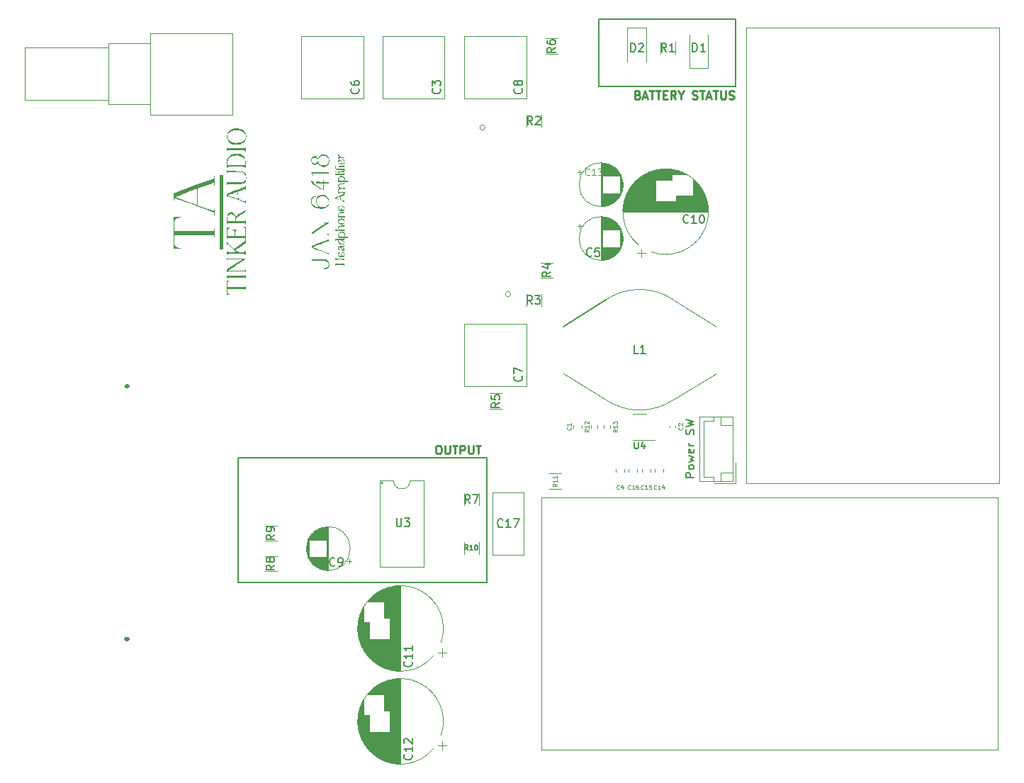
<source format=gbr>
%TF.GenerationSoftware,KiCad,Pcbnew,(6.0.0)*%
%TF.CreationDate,2022-02-22T13:24:48+00:00*%
%TF.ProjectId,Tube Headphone project V3,54756265-2048-4656-9164-70686f6e6520,rev?*%
%TF.SameCoordinates,Original*%
%TF.FileFunction,Legend,Top*%
%TF.FilePolarity,Positive*%
%FSLAX46Y46*%
G04 Gerber Fmt 4.6, Leading zero omitted, Abs format (unit mm)*
G04 Created by KiCad (PCBNEW (6.0.0)) date 2022-02-22 13:24:48*
%MOMM*%
%LPD*%
G01*
G04 APERTURE LIST*
%ADD10C,0.150000*%
%ADD11C,0.250000*%
%ADD12C,0.125000*%
%ADD13C,0.200000*%
%ADD14C,0.120000*%
%ADD15C,0.500000*%
G04 APERTURE END LIST*
D10*
X186320000Y-101460000D02*
G75*
G03*
X186320000Y-101460000I-72111J0D01*
G01*
X198790000Y-113350000D02*
X169080000Y-113350000D01*
X169080000Y-113350000D02*
X169080000Y-98410000D01*
X169080000Y-98410000D02*
X198790000Y-98410000D01*
X198790000Y-98410000D02*
X198790000Y-113350000D01*
X212110000Y-46060000D02*
X228470000Y-46060000D01*
X228470000Y-46060000D02*
X228470000Y-54060000D01*
X228470000Y-54060000D02*
X212110000Y-54060000D01*
X212110000Y-54060000D02*
X212110000Y-46060000D01*
D11*
X216812380Y-55068571D02*
X216955238Y-55116190D01*
X217002857Y-55163809D01*
X217050476Y-55259047D01*
X217050476Y-55401904D01*
X217002857Y-55497142D01*
X216955238Y-55544761D01*
X216860000Y-55592380D01*
X216479047Y-55592380D01*
X216479047Y-54592380D01*
X216812380Y-54592380D01*
X216907619Y-54640000D01*
X216955238Y-54687619D01*
X217002857Y-54782857D01*
X217002857Y-54878095D01*
X216955238Y-54973333D01*
X216907619Y-55020952D01*
X216812380Y-55068571D01*
X216479047Y-55068571D01*
X217431428Y-55306666D02*
X217907619Y-55306666D01*
X217336190Y-55592380D02*
X217669523Y-54592380D01*
X218002857Y-55592380D01*
X218193333Y-54592380D02*
X218764761Y-54592380D01*
X218479047Y-55592380D02*
X218479047Y-54592380D01*
X218955238Y-54592380D02*
X219526666Y-54592380D01*
X219240952Y-55592380D02*
X219240952Y-54592380D01*
X219860000Y-55068571D02*
X220193333Y-55068571D01*
X220336190Y-55592380D02*
X219860000Y-55592380D01*
X219860000Y-54592380D01*
X220336190Y-54592380D01*
X221336190Y-55592380D02*
X221002857Y-55116190D01*
X220764761Y-55592380D02*
X220764761Y-54592380D01*
X221145714Y-54592380D01*
X221240952Y-54640000D01*
X221288571Y-54687619D01*
X221336190Y-54782857D01*
X221336190Y-54925714D01*
X221288571Y-55020952D01*
X221240952Y-55068571D01*
X221145714Y-55116190D01*
X220764761Y-55116190D01*
X221955238Y-55116190D02*
X221955238Y-55592380D01*
X221621904Y-54592380D02*
X221955238Y-55116190D01*
X222288571Y-54592380D01*
X223336190Y-55544761D02*
X223479047Y-55592380D01*
X223717142Y-55592380D01*
X223812380Y-55544761D01*
X223860000Y-55497142D01*
X223907619Y-55401904D01*
X223907619Y-55306666D01*
X223860000Y-55211428D01*
X223812380Y-55163809D01*
X223717142Y-55116190D01*
X223526666Y-55068571D01*
X223431428Y-55020952D01*
X223383809Y-54973333D01*
X223336190Y-54878095D01*
X223336190Y-54782857D01*
X223383809Y-54687619D01*
X223431428Y-54640000D01*
X223526666Y-54592380D01*
X223764761Y-54592380D01*
X223907619Y-54640000D01*
X224193333Y-54592380D02*
X224764761Y-54592380D01*
X224479047Y-55592380D02*
X224479047Y-54592380D01*
X225050476Y-55306666D02*
X225526666Y-55306666D01*
X224955238Y-55592380D02*
X225288571Y-54592380D01*
X225621904Y-55592380D01*
X225812380Y-54592380D02*
X226383809Y-54592380D01*
X226098095Y-55592380D02*
X226098095Y-54592380D01*
X226717142Y-54592380D02*
X226717142Y-55401904D01*
X226764761Y-55497142D01*
X226812380Y-55544761D01*
X226907619Y-55592380D01*
X227098095Y-55592380D01*
X227193333Y-55544761D01*
X227240952Y-55497142D01*
X227288571Y-55401904D01*
X227288571Y-54592380D01*
X227717142Y-55544761D02*
X227860000Y-55592380D01*
X228098095Y-55592380D01*
X228193333Y-55544761D01*
X228240952Y-55497142D01*
X228288571Y-55401904D01*
X228288571Y-55306666D01*
X228240952Y-55211428D01*
X228193333Y-55163809D01*
X228098095Y-55116190D01*
X227907619Y-55068571D01*
X227812380Y-55020952D01*
X227764761Y-54973333D01*
X227717142Y-54878095D01*
X227717142Y-54782857D01*
X227764761Y-54687619D01*
X227812380Y-54640000D01*
X227907619Y-54592380D01*
X228145714Y-54592380D01*
X228288571Y-54640000D01*
X192905238Y-96972380D02*
X193095714Y-96972380D01*
X193190952Y-97020000D01*
X193286190Y-97115238D01*
X193333809Y-97305714D01*
X193333809Y-97639047D01*
X193286190Y-97829523D01*
X193190952Y-97924761D01*
X193095714Y-97972380D01*
X192905238Y-97972380D01*
X192810000Y-97924761D01*
X192714761Y-97829523D01*
X192667142Y-97639047D01*
X192667142Y-97305714D01*
X192714761Y-97115238D01*
X192810000Y-97020000D01*
X192905238Y-96972380D01*
X193762380Y-96972380D02*
X193762380Y-97781904D01*
X193810000Y-97877142D01*
X193857619Y-97924761D01*
X193952857Y-97972380D01*
X194143333Y-97972380D01*
X194238571Y-97924761D01*
X194286190Y-97877142D01*
X194333809Y-97781904D01*
X194333809Y-96972380D01*
X194667142Y-96972380D02*
X195238571Y-96972380D01*
X194952857Y-97972380D02*
X194952857Y-96972380D01*
X195571904Y-97972380D02*
X195571904Y-96972380D01*
X195952857Y-96972380D01*
X196048095Y-97020000D01*
X196095714Y-97067619D01*
X196143333Y-97162857D01*
X196143333Y-97305714D01*
X196095714Y-97400952D01*
X196048095Y-97448571D01*
X195952857Y-97496190D01*
X195571904Y-97496190D01*
X196571904Y-96972380D02*
X196571904Y-97781904D01*
X196619523Y-97877142D01*
X196667142Y-97924761D01*
X196762380Y-97972380D01*
X196952857Y-97972380D01*
X197048095Y-97924761D01*
X197095714Y-97877142D01*
X197143333Y-97781904D01*
X197143333Y-96972380D01*
X197476666Y-96972380D02*
X198048095Y-96972380D01*
X197762380Y-97972380D02*
X197762380Y-96972380D01*
D10*
%TO.C,R3*%
X204198001Y-80082380D02*
X203864668Y-79606190D01*
X203626572Y-80082380D02*
X203626572Y-79082380D01*
X204007525Y-79082380D01*
X204102763Y-79130000D01*
X204150382Y-79177619D01*
X204198001Y-79272857D01*
X204198001Y-79415714D01*
X204150382Y-79510952D01*
X204102763Y-79558571D01*
X204007525Y-79606190D01*
X203626572Y-79606190D01*
X204531334Y-79082380D02*
X205150382Y-79082380D01*
X204817048Y-79463333D01*
X204959906Y-79463333D01*
X205055144Y-79510952D01*
X205102763Y-79558571D01*
X205150382Y-79653809D01*
X205150382Y-79891904D01*
X205102763Y-79987142D01*
X205055144Y-80034761D01*
X204959906Y-80082380D01*
X204674191Y-80082380D01*
X204578953Y-80034761D01*
X204531334Y-79987142D01*
D12*
%TO.C,C15*%
X217478571Y-102158133D02*
X217454761Y-102181942D01*
X217383333Y-102205752D01*
X217335714Y-102205752D01*
X217264285Y-102181942D01*
X217216666Y-102134323D01*
X217192857Y-102086704D01*
X217169047Y-101991466D01*
X217169047Y-101920038D01*
X217192857Y-101824800D01*
X217216666Y-101777181D01*
X217264285Y-101729562D01*
X217335714Y-101705752D01*
X217383333Y-101705752D01*
X217454761Y-101729562D01*
X217478571Y-101753371D01*
X217954761Y-102205752D02*
X217669047Y-102205752D01*
X217811904Y-102205752D02*
X217811904Y-101705752D01*
X217764285Y-101777181D01*
X217716666Y-101824800D01*
X217669047Y-101848609D01*
X218407142Y-101705752D02*
X218169047Y-101705752D01*
X218145238Y-101943847D01*
X218169047Y-101920038D01*
X218216666Y-101896228D01*
X218335714Y-101896228D01*
X218383333Y-101920038D01*
X218407142Y-101943847D01*
X218430952Y-101991466D01*
X218430952Y-102110514D01*
X218407142Y-102158133D01*
X218383333Y-102181942D01*
X218335714Y-102205752D01*
X218216666Y-102205752D01*
X218169047Y-102181942D01*
X218145238Y-102158133D01*
%TO.C,R11*%
X207146190Y-101541760D02*
X206908095Y-101708427D01*
X207146190Y-101827474D02*
X206646190Y-101827474D01*
X206646190Y-101636998D01*
X206670000Y-101589379D01*
X206693809Y-101565570D01*
X206741428Y-101541760D01*
X206812857Y-101541760D01*
X206860476Y-101565570D01*
X206884285Y-101589379D01*
X206908095Y-101636998D01*
X206908095Y-101827474D01*
X207146190Y-101065570D02*
X207146190Y-101351284D01*
X207146190Y-101208427D02*
X206646190Y-101208427D01*
X206717619Y-101256046D01*
X206765238Y-101303665D01*
X206789047Y-101351284D01*
X207146190Y-100589379D02*
X207146190Y-100875093D01*
X207146190Y-100732236D02*
X206646190Y-100732236D01*
X206717619Y-100779855D01*
X206765238Y-100827474D01*
X206789047Y-100875093D01*
%TO.C,C13*%
X211014701Y-64625714D02*
X210976606Y-64663809D01*
X210862320Y-64701904D01*
X210786129Y-64701904D01*
X210671844Y-64663809D01*
X210595653Y-64587619D01*
X210557558Y-64511428D01*
X210519463Y-64359047D01*
X210519463Y-64244761D01*
X210557558Y-64092380D01*
X210595653Y-64016190D01*
X210671844Y-63940000D01*
X210786129Y-63901904D01*
X210862320Y-63901904D01*
X210976606Y-63940000D01*
X211014701Y-63978095D01*
X211776606Y-64701904D02*
X211319463Y-64701904D01*
X211548034Y-64701904D02*
X211548034Y-63901904D01*
X211471844Y-64016190D01*
X211395653Y-64092380D01*
X211319463Y-64130476D01*
X212043272Y-63901904D02*
X212538510Y-63901904D01*
X212271844Y-64206666D01*
X212386129Y-64206666D01*
X212462320Y-64244761D01*
X212500415Y-64282857D01*
X212538510Y-64359047D01*
X212538510Y-64549523D01*
X212500415Y-64625714D01*
X212462320Y-64663809D01*
X212386129Y-64701904D01*
X212157558Y-64701904D01*
X212081367Y-64663809D01*
X212043272Y-64625714D01*
%TO.C,C1*%
X208768571Y-94793333D02*
X208792380Y-94817142D01*
X208816190Y-94888571D01*
X208816190Y-94936190D01*
X208792380Y-95007619D01*
X208744761Y-95055238D01*
X208697142Y-95079047D01*
X208601904Y-95102857D01*
X208530476Y-95102857D01*
X208435238Y-95079047D01*
X208387619Y-95055238D01*
X208340000Y-95007619D01*
X208316190Y-94936190D01*
X208316190Y-94888571D01*
X208340000Y-94817142D01*
X208363809Y-94793333D01*
X208816190Y-94317142D02*
X208816190Y-94602857D01*
X208816190Y-94460000D02*
X208316190Y-94460000D01*
X208387619Y-94507619D01*
X208435238Y-94555238D01*
X208459047Y-94602857D01*
D10*
%TO.C,U3*%
X187978095Y-105682380D02*
X187978095Y-106491904D01*
X188025714Y-106587142D01*
X188073333Y-106634761D01*
X188168571Y-106682380D01*
X188359047Y-106682380D01*
X188454285Y-106634761D01*
X188501904Y-106587142D01*
X188549523Y-106491904D01*
X188549523Y-105682380D01*
X188930476Y-105682380D02*
X189549523Y-105682380D01*
X189216190Y-106063333D01*
X189359047Y-106063333D01*
X189454285Y-106110952D01*
X189501904Y-106158571D01*
X189549523Y-106253809D01*
X189549523Y-106491904D01*
X189501904Y-106587142D01*
X189454285Y-106634761D01*
X189359047Y-106682380D01*
X189073333Y-106682380D01*
X188978095Y-106634761D01*
X188930476Y-106587142D01*
%TO.C,C5*%
X211289612Y-74277142D02*
X211241993Y-74324761D01*
X211099136Y-74372380D01*
X211003898Y-74372380D01*
X210861040Y-74324761D01*
X210765802Y-74229523D01*
X210718183Y-74134285D01*
X210670564Y-73943809D01*
X210670564Y-73800952D01*
X210718183Y-73610476D01*
X210765802Y-73515238D01*
X210861040Y-73420000D01*
X211003898Y-73372380D01*
X211099136Y-73372380D01*
X211241993Y-73420000D01*
X211289612Y-73467619D01*
X212194374Y-73372380D02*
X211718183Y-73372380D01*
X211670564Y-73848571D01*
X211718183Y-73800952D01*
X211813421Y-73753333D01*
X212051517Y-73753333D01*
X212146755Y-73800952D01*
X212194374Y-73848571D01*
X212241993Y-73943809D01*
X212241993Y-74181904D01*
X212194374Y-74277142D01*
X212146755Y-74324761D01*
X212051517Y-74372380D01*
X211813421Y-74372380D01*
X211718183Y-74324761D01*
X211670564Y-74277142D01*
%TO.C,C10*%
X222844504Y-70325056D02*
X222796885Y-70372675D01*
X222654028Y-70420294D01*
X222558790Y-70420294D01*
X222415933Y-70372675D01*
X222320695Y-70277437D01*
X222273076Y-70182199D01*
X222225457Y-69991723D01*
X222225457Y-69848866D01*
X222273076Y-69658390D01*
X222320695Y-69563152D01*
X222415933Y-69467914D01*
X222558790Y-69420294D01*
X222654028Y-69420294D01*
X222796885Y-69467914D01*
X222844504Y-69515533D01*
X223796885Y-70420294D02*
X223225457Y-70420294D01*
X223511171Y-70420294D02*
X223511171Y-69420294D01*
X223415933Y-69563152D01*
X223320695Y-69658390D01*
X223225457Y-69706009D01*
X224415933Y-69420294D02*
X224511171Y-69420294D01*
X224606409Y-69467914D01*
X224654028Y-69515533D01*
X224701647Y-69610771D01*
X224749266Y-69801247D01*
X224749266Y-70039342D01*
X224701647Y-70229818D01*
X224654028Y-70325056D01*
X224606409Y-70372675D01*
X224511171Y-70420294D01*
X224415933Y-70420294D01*
X224320695Y-70372675D01*
X224273076Y-70325056D01*
X224225457Y-70229818D01*
X224177838Y-70039342D01*
X224177838Y-69801247D01*
X224225457Y-69610771D01*
X224273076Y-69515533D01*
X224320695Y-69467914D01*
X224415933Y-69420294D01*
%TO.C,R10*%
X196521716Y-109461428D02*
X196321716Y-109175714D01*
X196178859Y-109461428D02*
X196178859Y-108861428D01*
X196407431Y-108861428D01*
X196464573Y-108890000D01*
X196493145Y-108918571D01*
X196521716Y-108975714D01*
X196521716Y-109061428D01*
X196493145Y-109118571D01*
X196464573Y-109147142D01*
X196407431Y-109175714D01*
X196178859Y-109175714D01*
X197093145Y-109461428D02*
X196750288Y-109461428D01*
X196921716Y-109461428D02*
X196921716Y-108861428D01*
X196864573Y-108947142D01*
X196807431Y-109004285D01*
X196750288Y-109032857D01*
X197464573Y-108861428D02*
X197521716Y-108861428D01*
X197578859Y-108890000D01*
X197607431Y-108918571D01*
X197636002Y-108975714D01*
X197664573Y-109090000D01*
X197664573Y-109232857D01*
X197636002Y-109347142D01*
X197607431Y-109404285D01*
X197578859Y-109432857D01*
X197521716Y-109461428D01*
X197464573Y-109461428D01*
X197407431Y-109432857D01*
X197378859Y-109404285D01*
X197350288Y-109347142D01*
X197321716Y-109232857D01*
X197321716Y-109090000D01*
X197350288Y-108975714D01*
X197378859Y-108918571D01*
X197407431Y-108890000D01*
X197464573Y-108861428D01*
D12*
%TO.C,C14*%
X219038769Y-102158133D02*
X219014959Y-102181942D01*
X218943531Y-102205752D01*
X218895912Y-102205752D01*
X218824483Y-102181942D01*
X218776864Y-102134323D01*
X218753055Y-102086704D01*
X218729245Y-101991466D01*
X218729245Y-101920038D01*
X218753055Y-101824800D01*
X218776864Y-101777181D01*
X218824483Y-101729562D01*
X218895912Y-101705752D01*
X218943531Y-101705752D01*
X219014959Y-101729562D01*
X219038769Y-101753371D01*
X219514959Y-102205752D02*
X219229245Y-102205752D01*
X219372102Y-102205752D02*
X219372102Y-101705752D01*
X219324483Y-101777181D01*
X219276864Y-101824800D01*
X219229245Y-101848609D01*
X219943531Y-101872419D02*
X219943531Y-102205752D01*
X219824483Y-101681942D02*
X219705436Y-102039085D01*
X220014959Y-102039085D01*
D10*
%TO.C,C12*%
X189757142Y-133902857D02*
X189804761Y-133950476D01*
X189852380Y-134093333D01*
X189852380Y-134188571D01*
X189804761Y-134331428D01*
X189709523Y-134426666D01*
X189614285Y-134474285D01*
X189423809Y-134521904D01*
X189280952Y-134521904D01*
X189090476Y-134474285D01*
X188995238Y-134426666D01*
X188900000Y-134331428D01*
X188852380Y-134188571D01*
X188852380Y-134093333D01*
X188900000Y-133950476D01*
X188947619Y-133902857D01*
X189852380Y-132950476D02*
X189852380Y-133521904D01*
X189852380Y-133236190D02*
X188852380Y-133236190D01*
X188995238Y-133331428D01*
X189090476Y-133426666D01*
X189138095Y-133521904D01*
X188947619Y-132569523D02*
X188900000Y-132521904D01*
X188852380Y-132426666D01*
X188852380Y-132188571D01*
X188900000Y-132093333D01*
X188947619Y-132045714D01*
X189042857Y-131998095D01*
X189138095Y-131998095D01*
X189280952Y-132045714D01*
X189852380Y-132617142D01*
X189852380Y-131998095D01*
%TO.C,C11*%
X189757142Y-122806809D02*
X189804761Y-122854428D01*
X189852380Y-122997285D01*
X189852380Y-123092523D01*
X189804761Y-123235380D01*
X189709523Y-123330618D01*
X189614285Y-123378237D01*
X189423809Y-123425856D01*
X189280952Y-123425856D01*
X189090476Y-123378237D01*
X188995238Y-123330618D01*
X188900000Y-123235380D01*
X188852380Y-123092523D01*
X188852380Y-122997285D01*
X188900000Y-122854428D01*
X188947619Y-122806809D01*
X189852380Y-121854428D02*
X189852380Y-122425856D01*
X189852380Y-122140142D02*
X188852380Y-122140142D01*
X188995238Y-122235380D01*
X189090476Y-122330618D01*
X189138095Y-122425856D01*
X189852380Y-120902047D02*
X189852380Y-121473475D01*
X189852380Y-121187761D02*
X188852380Y-121187761D01*
X188995238Y-121282999D01*
X189090476Y-121378237D01*
X189138095Y-121473475D01*
%TO.C,R2*%
X204213321Y-58652380D02*
X203879988Y-58176190D01*
X203641892Y-58652380D02*
X203641892Y-57652380D01*
X204022845Y-57652380D01*
X204118083Y-57700000D01*
X204165702Y-57747619D01*
X204213321Y-57842857D01*
X204213321Y-57985714D01*
X204165702Y-58080952D01*
X204118083Y-58128571D01*
X204022845Y-58176190D01*
X203641892Y-58176190D01*
X204594273Y-57747619D02*
X204641892Y-57700000D01*
X204737130Y-57652380D01*
X204975226Y-57652380D01*
X205070464Y-57700000D01*
X205118083Y-57747619D01*
X205165702Y-57842857D01*
X205165702Y-57938095D01*
X205118083Y-58080952D01*
X204546654Y-58652380D01*
X205165702Y-58652380D01*
%TO.C,C9*%
X180603333Y-111297142D02*
X180555714Y-111344761D01*
X180412857Y-111392380D01*
X180317619Y-111392380D01*
X180174761Y-111344761D01*
X180079523Y-111249523D01*
X180031904Y-111154285D01*
X179984285Y-110963809D01*
X179984285Y-110820952D01*
X180031904Y-110630476D01*
X180079523Y-110535238D01*
X180174761Y-110440000D01*
X180317619Y-110392380D01*
X180412857Y-110392380D01*
X180555714Y-110440000D01*
X180603333Y-110487619D01*
X181079523Y-111392380D02*
X181270000Y-111392380D01*
X181365238Y-111344761D01*
X181412857Y-111297142D01*
X181508095Y-111154285D01*
X181555714Y-110963809D01*
X181555714Y-110582857D01*
X181508095Y-110487619D01*
X181460476Y-110440000D01*
X181365238Y-110392380D01*
X181174761Y-110392380D01*
X181079523Y-110440000D01*
X181031904Y-110487619D01*
X180984285Y-110582857D01*
X180984285Y-110820952D01*
X181031904Y-110916190D01*
X181079523Y-110963809D01*
X181174761Y-111011428D01*
X181365238Y-111011428D01*
X181460476Y-110963809D01*
X181508095Y-110916190D01*
X181555714Y-110820952D01*
%TO.C,D2*%
X215963447Y-49942380D02*
X215963447Y-48942380D01*
X216201543Y-48942380D01*
X216344400Y-48990000D01*
X216439638Y-49085238D01*
X216487257Y-49180476D01*
X216534876Y-49370952D01*
X216534876Y-49513809D01*
X216487257Y-49704285D01*
X216439638Y-49799523D01*
X216344400Y-49894761D01*
X216201543Y-49942380D01*
X215963447Y-49942380D01*
X216915828Y-49037619D02*
X216963447Y-48990000D01*
X217058685Y-48942380D01*
X217296781Y-48942380D01*
X217392019Y-48990000D01*
X217439638Y-49037619D01*
X217487257Y-49132857D01*
X217487257Y-49228095D01*
X217439638Y-49370952D01*
X216868209Y-49942380D01*
X217487257Y-49942380D01*
%TO.C,D1*%
X223351904Y-49902380D02*
X223351904Y-48902380D01*
X223590000Y-48902380D01*
X223732857Y-48950000D01*
X223828095Y-49045238D01*
X223875714Y-49140476D01*
X223923333Y-49330952D01*
X223923333Y-49473809D01*
X223875714Y-49664285D01*
X223828095Y-49759523D01*
X223732857Y-49854761D01*
X223590000Y-49902380D01*
X223351904Y-49902380D01*
X224875714Y-49902380D02*
X224304285Y-49902380D01*
X224590000Y-49902380D02*
X224590000Y-48902380D01*
X224494761Y-49045238D01*
X224399523Y-49140476D01*
X224304285Y-49188095D01*
%TO.C,R5*%
X200307492Y-91868245D02*
X199831302Y-92201579D01*
X200307492Y-92439674D02*
X199307492Y-92439674D01*
X199307492Y-92058721D01*
X199355112Y-91963483D01*
X199402731Y-91915864D01*
X199497969Y-91868245D01*
X199640826Y-91868245D01*
X199736064Y-91915864D01*
X199783683Y-91963483D01*
X199831302Y-92058721D01*
X199831302Y-92439674D01*
X199307492Y-90963483D02*
X199307492Y-91439674D01*
X199783683Y-91487293D01*
X199736064Y-91439674D01*
X199688445Y-91344436D01*
X199688445Y-91106340D01*
X199736064Y-91011102D01*
X199783683Y-90963483D01*
X199878921Y-90915864D01*
X200117016Y-90915864D01*
X200212254Y-90963483D01*
X200259873Y-91011102D01*
X200307492Y-91106340D01*
X200307492Y-91344436D01*
X200259873Y-91439674D01*
X200212254Y-91487293D01*
%TO.C,R9*%
X173412380Y-107646390D02*
X172936190Y-107979724D01*
X173412380Y-108217819D02*
X172412380Y-108217819D01*
X172412380Y-107836866D01*
X172460000Y-107741628D01*
X172507619Y-107694009D01*
X172602857Y-107646390D01*
X172745714Y-107646390D01*
X172840952Y-107694009D01*
X172888571Y-107741628D01*
X172936190Y-107836866D01*
X172936190Y-108217819D01*
X173412380Y-107170200D02*
X173412380Y-106979724D01*
X173364761Y-106884485D01*
X173317142Y-106836866D01*
X173174285Y-106741628D01*
X172983809Y-106694009D01*
X172602857Y-106694009D01*
X172507619Y-106741628D01*
X172460000Y-106789247D01*
X172412380Y-106884485D01*
X172412380Y-107074962D01*
X172460000Y-107170200D01*
X172507619Y-107217819D01*
X172602857Y-107265438D01*
X172840952Y-107265438D01*
X172936190Y-107217819D01*
X172983809Y-107170200D01*
X173031428Y-107074962D01*
X173031428Y-106884485D01*
X172983809Y-106789247D01*
X172936190Y-106741628D01*
X172840952Y-106694009D01*
%TO.C,R6*%
X206952380Y-49446666D02*
X206476190Y-49780000D01*
X206952380Y-50018095D02*
X205952380Y-50018095D01*
X205952380Y-49637142D01*
X206000000Y-49541904D01*
X206047619Y-49494285D01*
X206142857Y-49446666D01*
X206285714Y-49446666D01*
X206380952Y-49494285D01*
X206428571Y-49541904D01*
X206476190Y-49637142D01*
X206476190Y-50018095D01*
X205952380Y-48589523D02*
X205952380Y-48780000D01*
X206000000Y-48875238D01*
X206047619Y-48922857D01*
X206190476Y-49018095D01*
X206380952Y-49065714D01*
X206761904Y-49065714D01*
X206857142Y-49018095D01*
X206904761Y-48970476D01*
X206952380Y-48875238D01*
X206952380Y-48684761D01*
X206904761Y-48589523D01*
X206857142Y-48541904D01*
X206761904Y-48494285D01*
X206523809Y-48494285D01*
X206428571Y-48541904D01*
X206380952Y-48589523D01*
X206333333Y-48684761D01*
X206333333Y-48875238D01*
X206380952Y-48970476D01*
X206428571Y-49018095D01*
X206523809Y-49065714D01*
D12*
%TO.C,C2*%
X222108571Y-94799462D02*
X222132380Y-94823271D01*
X222156190Y-94894700D01*
X222156190Y-94942319D01*
X222132380Y-95013748D01*
X222084761Y-95061367D01*
X222037142Y-95085176D01*
X221941904Y-95108986D01*
X221870476Y-95108986D01*
X221775238Y-95085176D01*
X221727619Y-95061367D01*
X221680000Y-95013748D01*
X221656190Y-94942319D01*
X221656190Y-94894700D01*
X221680000Y-94823271D01*
X221703809Y-94799462D01*
X221703809Y-94608986D02*
X221680000Y-94585176D01*
X221656190Y-94537557D01*
X221656190Y-94418509D01*
X221680000Y-94370890D01*
X221703809Y-94347081D01*
X221751428Y-94323271D01*
X221799047Y-94323271D01*
X221870476Y-94347081D01*
X222156190Y-94632795D01*
X222156190Y-94323271D01*
D10*
%TO.C,R1*%
X220223333Y-49922380D02*
X219890000Y-49446190D01*
X219651904Y-49922380D02*
X219651904Y-48922380D01*
X220032857Y-48922380D01*
X220128095Y-48970000D01*
X220175714Y-49017619D01*
X220223333Y-49112857D01*
X220223333Y-49255714D01*
X220175714Y-49350952D01*
X220128095Y-49398571D01*
X220032857Y-49446190D01*
X219651904Y-49446190D01*
X221175714Y-49922380D02*
X220604285Y-49922380D01*
X220890000Y-49922380D02*
X220890000Y-48922380D01*
X220794761Y-49065238D01*
X220699523Y-49160476D01*
X220604285Y-49208095D01*
%TO.C,L1*%
X216853333Y-85962380D02*
X216377142Y-85962380D01*
X216377142Y-84962380D01*
X217710476Y-85962380D02*
X217139047Y-85962380D01*
X217424761Y-85962380D02*
X217424761Y-84962380D01*
X217329523Y-85105238D01*
X217234285Y-85200476D01*
X217139047Y-85248095D01*
%TO.C,C17*%
X200676443Y-106662142D02*
X200628824Y-106709761D01*
X200485967Y-106757380D01*
X200390729Y-106757380D01*
X200247872Y-106709761D01*
X200152634Y-106614523D01*
X200105015Y-106519285D01*
X200057396Y-106328809D01*
X200057396Y-106185952D01*
X200105015Y-105995476D01*
X200152634Y-105900238D01*
X200247872Y-105805000D01*
X200390729Y-105757380D01*
X200485967Y-105757380D01*
X200628824Y-105805000D01*
X200676443Y-105852619D01*
X201628824Y-106757380D02*
X201057396Y-106757380D01*
X201343110Y-106757380D02*
X201343110Y-105757380D01*
X201247872Y-105900238D01*
X201152634Y-105995476D01*
X201057396Y-106043095D01*
X201962158Y-105757380D02*
X202628824Y-105757380D01*
X202200253Y-106757380D01*
D13*
%TO.C,U4*%
X216420476Y-96568033D02*
X216420476Y-97215652D01*
X216458571Y-97291843D01*
X216496666Y-97329938D01*
X216572857Y-97368033D01*
X216725238Y-97368033D01*
X216801428Y-97329938D01*
X216839523Y-97291843D01*
X216877619Y-97215652D01*
X216877619Y-96568033D01*
X217601428Y-96834700D02*
X217601428Y-97368033D01*
X217410952Y-96529938D02*
X217220476Y-97101367D01*
X217715714Y-97101367D01*
D12*
%TO.C,R13*%
X214352678Y-95057557D02*
X214114583Y-95224224D01*
X214352678Y-95343271D02*
X213852678Y-95343271D01*
X213852678Y-95152795D01*
X213876488Y-95105176D01*
X213900297Y-95081367D01*
X213947916Y-95057557D01*
X214019345Y-95057557D01*
X214066964Y-95081367D01*
X214090773Y-95105176D01*
X214114583Y-95152795D01*
X214114583Y-95343271D01*
X214352678Y-94581367D02*
X214352678Y-94867081D01*
X214352678Y-94724224D02*
X213852678Y-94724224D01*
X213924107Y-94771843D01*
X213971726Y-94819462D01*
X213995535Y-94867081D01*
X213852678Y-94414700D02*
X213852678Y-94105176D01*
X214043154Y-94271843D01*
X214043154Y-94200414D01*
X214066964Y-94152795D01*
X214090773Y-94128986D01*
X214138392Y-94105176D01*
X214257440Y-94105176D01*
X214305059Y-94128986D01*
X214328868Y-94152795D01*
X214352678Y-94200414D01*
X214352678Y-94343271D01*
X214328868Y-94390890D01*
X214305059Y-94414700D01*
%TO.C,R12*%
X210948878Y-95057557D02*
X210710783Y-95224224D01*
X210948878Y-95343271D02*
X210448878Y-95343271D01*
X210448878Y-95152795D01*
X210472688Y-95105176D01*
X210496497Y-95081367D01*
X210544116Y-95057557D01*
X210615545Y-95057557D01*
X210663164Y-95081367D01*
X210686973Y-95105176D01*
X210710783Y-95152795D01*
X210710783Y-95343271D01*
X210948878Y-94581367D02*
X210948878Y-94867081D01*
X210948878Y-94724224D02*
X210448878Y-94724224D01*
X210520307Y-94771843D01*
X210567926Y-94819462D01*
X210591735Y-94867081D01*
X210496497Y-94390890D02*
X210472688Y-94367081D01*
X210448878Y-94319462D01*
X210448878Y-94200414D01*
X210472688Y-94152795D01*
X210496497Y-94128986D01*
X210544116Y-94105176D01*
X210591735Y-94105176D01*
X210663164Y-94128986D01*
X210948878Y-94414700D01*
X210948878Y-94105176D01*
D10*
%TO.C,Power SW*%
X223532380Y-100774761D02*
X222532380Y-100774761D01*
X222532380Y-100393809D01*
X222580000Y-100298571D01*
X222627619Y-100250952D01*
X222722857Y-100203333D01*
X222865714Y-100203333D01*
X222960952Y-100250952D01*
X223008571Y-100298571D01*
X223056190Y-100393809D01*
X223056190Y-100774761D01*
X223532380Y-99631904D02*
X223484761Y-99727142D01*
X223437142Y-99774761D01*
X223341904Y-99822380D01*
X223056190Y-99822380D01*
X222960952Y-99774761D01*
X222913333Y-99727142D01*
X222865714Y-99631904D01*
X222865714Y-99489047D01*
X222913333Y-99393809D01*
X222960952Y-99346190D01*
X223056190Y-99298571D01*
X223341904Y-99298571D01*
X223437142Y-99346190D01*
X223484761Y-99393809D01*
X223532380Y-99489047D01*
X223532380Y-99631904D01*
X222865714Y-98965238D02*
X223532380Y-98774761D01*
X223056190Y-98584285D01*
X223532380Y-98393809D01*
X222865714Y-98203333D01*
X223484761Y-97441428D02*
X223532380Y-97536666D01*
X223532380Y-97727142D01*
X223484761Y-97822380D01*
X223389523Y-97870000D01*
X223008571Y-97870000D01*
X222913333Y-97822380D01*
X222865714Y-97727142D01*
X222865714Y-97536666D01*
X222913333Y-97441428D01*
X223008571Y-97393809D01*
X223103809Y-97393809D01*
X223199047Y-97870000D01*
X223532380Y-96965238D02*
X222865714Y-96965238D01*
X223056190Y-96965238D02*
X222960952Y-96917619D01*
X222913333Y-96870000D01*
X222865714Y-96774761D01*
X222865714Y-96679523D01*
X223484761Y-95631904D02*
X223532380Y-95489047D01*
X223532380Y-95250952D01*
X223484761Y-95155714D01*
X223437142Y-95108095D01*
X223341904Y-95060476D01*
X223246666Y-95060476D01*
X223151428Y-95108095D01*
X223103809Y-95155714D01*
X223056190Y-95250952D01*
X223008571Y-95441428D01*
X222960952Y-95536666D01*
X222913333Y-95584285D01*
X222818095Y-95631904D01*
X222722857Y-95631904D01*
X222627619Y-95584285D01*
X222580000Y-95536666D01*
X222532380Y-95441428D01*
X222532380Y-95203333D01*
X222580000Y-95060476D01*
X222532380Y-94727142D02*
X223532380Y-94489047D01*
X222818095Y-94298571D01*
X223532380Y-94108095D01*
X222532380Y-93870000D01*
%TO.C,R4*%
X206392380Y-76221998D02*
X205916190Y-76555332D01*
X206392380Y-76793427D02*
X205392380Y-76793427D01*
X205392380Y-76412474D01*
X205440000Y-76317236D01*
X205487619Y-76269617D01*
X205582857Y-76221998D01*
X205725714Y-76221998D01*
X205820952Y-76269617D01*
X205868571Y-76317236D01*
X205916190Y-76412474D01*
X205916190Y-76793427D01*
X205725714Y-75364855D02*
X206392380Y-75364855D01*
X205344761Y-75602951D02*
X206059047Y-75841046D01*
X206059047Y-75221998D01*
D12*
%TO.C,C16*%
X215928374Y-102158133D02*
X215904564Y-102181942D01*
X215833136Y-102205752D01*
X215785517Y-102205752D01*
X215714088Y-102181942D01*
X215666469Y-102134323D01*
X215642660Y-102086704D01*
X215618850Y-101991466D01*
X215618850Y-101920038D01*
X215642660Y-101824800D01*
X215666469Y-101777181D01*
X215714088Y-101729562D01*
X215785517Y-101705752D01*
X215833136Y-101705752D01*
X215904564Y-101729562D01*
X215928374Y-101753371D01*
X216404564Y-102205752D02*
X216118850Y-102205752D01*
X216261707Y-102205752D02*
X216261707Y-101705752D01*
X216214088Y-101777181D01*
X216166469Y-101824800D01*
X216118850Y-101848609D01*
X216833136Y-101705752D02*
X216737898Y-101705752D01*
X216690279Y-101729562D01*
X216666469Y-101753371D01*
X216618850Y-101824800D01*
X216595041Y-101920038D01*
X216595041Y-102110514D01*
X216618850Y-102158133D01*
X216642660Y-102181942D01*
X216690279Y-102205752D01*
X216785517Y-102205752D01*
X216833136Y-102181942D01*
X216856945Y-102158133D01*
X216880755Y-102110514D01*
X216880755Y-101991466D01*
X216856945Y-101943847D01*
X216833136Y-101920038D01*
X216785517Y-101896228D01*
X216690279Y-101896228D01*
X216642660Y-101920038D01*
X216618850Y-101943847D01*
X216595041Y-101991466D01*
D10*
%TO.C,C8*%
X202917142Y-54326666D02*
X202964761Y-54374285D01*
X203012380Y-54517142D01*
X203012380Y-54612380D01*
X202964761Y-54755238D01*
X202869523Y-54850476D01*
X202774285Y-54898095D01*
X202583809Y-54945714D01*
X202440952Y-54945714D01*
X202250476Y-54898095D01*
X202155238Y-54850476D01*
X202060000Y-54755238D01*
X202012380Y-54612380D01*
X202012380Y-54517142D01*
X202060000Y-54374285D01*
X202107619Y-54326666D01*
X202440952Y-53755238D02*
X202393333Y-53850476D01*
X202345714Y-53898095D01*
X202250476Y-53945714D01*
X202202857Y-53945714D01*
X202107619Y-53898095D01*
X202060000Y-53850476D01*
X202012380Y-53755238D01*
X202012380Y-53564761D01*
X202060000Y-53469523D01*
X202107619Y-53421904D01*
X202202857Y-53374285D01*
X202250476Y-53374285D01*
X202345714Y-53421904D01*
X202393333Y-53469523D01*
X202440952Y-53564761D01*
X202440952Y-53755238D01*
X202488571Y-53850476D01*
X202536190Y-53898095D01*
X202631428Y-53945714D01*
X202821904Y-53945714D01*
X202917142Y-53898095D01*
X202964761Y-53850476D01*
X203012380Y-53755238D01*
X203012380Y-53564761D01*
X202964761Y-53469523D01*
X202917142Y-53421904D01*
X202821904Y-53374285D01*
X202631428Y-53374285D01*
X202536190Y-53421904D01*
X202488571Y-53469523D01*
X202440952Y-53564761D01*
%TO.C,C7*%
X202917142Y-88666666D02*
X202964761Y-88714285D01*
X203012380Y-88857142D01*
X203012380Y-88952380D01*
X202964761Y-89095238D01*
X202869523Y-89190476D01*
X202774285Y-89238095D01*
X202583809Y-89285714D01*
X202440952Y-89285714D01*
X202250476Y-89238095D01*
X202155238Y-89190476D01*
X202060000Y-89095238D01*
X202012380Y-88952380D01*
X202012380Y-88857142D01*
X202060000Y-88714285D01*
X202107619Y-88666666D01*
X202012380Y-88333333D02*
X202012380Y-87666666D01*
X203012380Y-88095238D01*
%TO.C,R7*%
X196768695Y-103882380D02*
X196435362Y-103406190D01*
X196197266Y-103882380D02*
X196197266Y-102882380D01*
X196578219Y-102882380D01*
X196673457Y-102930000D01*
X196721076Y-102977619D01*
X196768695Y-103072857D01*
X196768695Y-103215714D01*
X196721076Y-103310952D01*
X196673457Y-103358571D01*
X196578219Y-103406190D01*
X196197266Y-103406190D01*
X197102028Y-102882380D02*
X197768695Y-102882380D01*
X197340123Y-103882380D01*
D12*
%TO.C,C4*%
X214596272Y-102158133D02*
X214572463Y-102181942D01*
X214501034Y-102205752D01*
X214453415Y-102205752D01*
X214381986Y-102181942D01*
X214334367Y-102134323D01*
X214310558Y-102086704D01*
X214286748Y-101991466D01*
X214286748Y-101920038D01*
X214310558Y-101824800D01*
X214334367Y-101777181D01*
X214381986Y-101729562D01*
X214453415Y-101705752D01*
X214501034Y-101705752D01*
X214572463Y-101729562D01*
X214596272Y-101753371D01*
X215024844Y-101872419D02*
X215024844Y-102205752D01*
X214905796Y-101681942D02*
X214786748Y-102039085D01*
X215096272Y-102039085D01*
D10*
%TO.C,C6*%
X183442030Y-54326666D02*
X183489649Y-54374285D01*
X183537268Y-54517142D01*
X183537268Y-54612380D01*
X183489649Y-54755238D01*
X183394411Y-54850476D01*
X183299173Y-54898095D01*
X183108697Y-54945714D01*
X182965840Y-54945714D01*
X182775364Y-54898095D01*
X182680126Y-54850476D01*
X182584888Y-54755238D01*
X182537268Y-54612380D01*
X182537268Y-54517142D01*
X182584888Y-54374285D01*
X182632507Y-54326666D01*
X182537268Y-53469523D02*
X182537268Y-53660000D01*
X182584888Y-53755238D01*
X182632507Y-53802857D01*
X182775364Y-53898095D01*
X182965840Y-53945714D01*
X183346792Y-53945714D01*
X183442030Y-53898095D01*
X183489649Y-53850476D01*
X183537268Y-53755238D01*
X183537268Y-53564761D01*
X183489649Y-53469523D01*
X183442030Y-53421904D01*
X183346792Y-53374285D01*
X183108697Y-53374285D01*
X183013459Y-53421904D01*
X182965840Y-53469523D01*
X182918221Y-53564761D01*
X182918221Y-53755238D01*
X182965840Y-53850476D01*
X183013459Y-53898095D01*
X183108697Y-53945714D01*
%TO.C,R8*%
X173412380Y-111286390D02*
X172936190Y-111619724D01*
X173412380Y-111857819D02*
X172412380Y-111857819D01*
X172412380Y-111476866D01*
X172460000Y-111381628D01*
X172507619Y-111334009D01*
X172602857Y-111286390D01*
X172745714Y-111286390D01*
X172840952Y-111334009D01*
X172888571Y-111381628D01*
X172936190Y-111476866D01*
X172936190Y-111857819D01*
X172840952Y-110714962D02*
X172793333Y-110810200D01*
X172745714Y-110857819D01*
X172650476Y-110905438D01*
X172602857Y-110905438D01*
X172507619Y-110857819D01*
X172460000Y-110810200D01*
X172412380Y-110714962D01*
X172412380Y-110524485D01*
X172460000Y-110429247D01*
X172507619Y-110381628D01*
X172602857Y-110334009D01*
X172650476Y-110334009D01*
X172745714Y-110381628D01*
X172793333Y-110429247D01*
X172840952Y-110524485D01*
X172840952Y-110714962D01*
X172888571Y-110810200D01*
X172936190Y-110857819D01*
X173031428Y-110905438D01*
X173221904Y-110905438D01*
X173317142Y-110857819D01*
X173364761Y-110810200D01*
X173412380Y-110714962D01*
X173412380Y-110524485D01*
X173364761Y-110429247D01*
X173317142Y-110381628D01*
X173221904Y-110334009D01*
X173031428Y-110334009D01*
X172936190Y-110381628D01*
X172888571Y-110429247D01*
X172840952Y-110524485D01*
%TO.C,C3*%
X193152030Y-54326666D02*
X193199649Y-54374285D01*
X193247268Y-54517142D01*
X193247268Y-54612380D01*
X193199649Y-54755238D01*
X193104411Y-54850476D01*
X193009173Y-54898095D01*
X192818697Y-54945714D01*
X192675840Y-54945714D01*
X192485364Y-54898095D01*
X192390126Y-54850476D01*
X192294888Y-54755238D01*
X192247268Y-54612380D01*
X192247268Y-54517142D01*
X192294888Y-54374285D01*
X192342507Y-54326666D01*
X192247268Y-53993333D02*
X192247268Y-53374285D01*
X192628221Y-53707619D01*
X192628221Y-53564761D01*
X192675840Y-53469523D01*
X192723459Y-53421904D01*
X192818697Y-53374285D01*
X193056792Y-53374285D01*
X193152030Y-53421904D01*
X193199649Y-53469523D01*
X193247268Y-53564761D01*
X193247268Y-53850476D01*
X193199649Y-53945714D01*
X193152030Y-53993333D01*
D14*
%TO.C,BT1*%
X205310000Y-133350000D02*
X205310000Y-103150000D01*
X205310000Y-103150000D02*
X259810000Y-103150000D01*
X259810000Y-103150000D02*
X259810000Y-133350000D01*
X259810000Y-133350000D02*
X205310000Y-133350000D01*
%TO.C,R3*%
X205300000Y-80367064D02*
X205300000Y-78912936D01*
X203480000Y-80367064D02*
X203480000Y-78912936D01*
D15*
%TO.C,J1*%
X155840000Y-89902670D02*
X155840000Y-89902670D01*
X155740000Y-89902670D02*
X155740000Y-89902670D01*
X155840000Y-89902670D02*
G75*
G03*
X155740000Y-89902670I-50000J0D01*
G01*
X155740000Y-89902670D02*
G75*
G03*
X155840000Y-89902670I50000J0D01*
G01*
D14*
%TO.C,C15*%
X217290000Y-100106267D02*
X217290000Y-99813733D01*
X218310000Y-100106267D02*
X218310000Y-99813733D01*
%TO.C,R11*%
X207687064Y-100320332D02*
X206232936Y-100320332D01*
X207687064Y-102140332D02*
X206232936Y-102140332D01*
%TO.C,C13*%
X213732167Y-66850000D02*
X213732167Y-68034000D01*
X214292167Y-66850000D02*
X214292167Y-67595000D01*
X213372167Y-63412000D02*
X213372167Y-64770000D01*
X213091167Y-63319000D02*
X213091167Y-64770000D01*
X214972167Y-65292000D02*
X214972167Y-66328000D01*
X214652167Y-66850000D02*
X214652167Y-67129000D01*
X213011167Y-63299000D02*
X213011167Y-64770000D01*
X212651167Y-63241000D02*
X212651167Y-64770000D01*
X213652167Y-66850000D02*
X213652167Y-68078000D01*
X213091167Y-66850000D02*
X213091167Y-68301000D01*
X213332167Y-63396000D02*
X213332167Y-64770000D01*
X213772167Y-63610000D02*
X213772167Y-64770000D01*
X212931167Y-63282000D02*
X212931167Y-64770000D01*
X214092167Y-63839000D02*
X214092167Y-64770000D01*
X213011167Y-66850000D02*
X213011167Y-68321000D01*
X213572167Y-63500000D02*
X213572167Y-64770000D01*
X214092167Y-66850000D02*
X214092167Y-67781000D01*
X213412167Y-63428000D02*
X213412167Y-64770000D01*
X214332167Y-64067000D02*
X214332167Y-64770000D01*
X212651167Y-66850000D02*
X212651167Y-68379000D01*
X214052167Y-66850000D02*
X214052167Y-67814000D01*
X212531167Y-63232000D02*
X212531167Y-68388000D01*
X214132167Y-63873000D02*
X214132167Y-64770000D01*
X214412167Y-66850000D02*
X214412167Y-67463000D01*
X214692167Y-64559000D02*
X214692167Y-64770000D01*
X213492167Y-66850000D02*
X213492167Y-68158000D01*
X213932167Y-63715000D02*
X213932167Y-64770000D01*
X214252167Y-63984000D02*
X214252167Y-64770000D01*
X215012167Y-65526000D02*
X215012167Y-66094000D01*
X214852167Y-64895000D02*
X214852167Y-66725000D01*
X212691167Y-66850000D02*
X212691167Y-68375000D01*
X213652167Y-63542000D02*
X213652167Y-64770000D01*
X214772167Y-64712000D02*
X214772167Y-66908000D01*
X214452167Y-64205000D02*
X214452167Y-64770000D01*
X212411167Y-63230000D02*
X212411167Y-68390000D01*
X214012167Y-66850000D02*
X214012167Y-67845000D01*
X212491167Y-63231000D02*
X212491167Y-68389000D01*
X213692167Y-63563000D02*
X213692167Y-64770000D01*
X212451167Y-63230000D02*
X212451167Y-68390000D01*
X212891167Y-66850000D02*
X212891167Y-68346000D01*
X214292167Y-64025000D02*
X214292167Y-64770000D01*
X214492167Y-64256000D02*
X214492167Y-64770000D01*
X213852167Y-63661000D02*
X213852167Y-64770000D01*
X213612167Y-66850000D02*
X213612167Y-68100000D01*
X214412167Y-64157000D02*
X214412167Y-64770000D01*
X213612167Y-63520000D02*
X213612167Y-64770000D01*
X212571167Y-63234000D02*
X212571167Y-68386000D01*
X212771167Y-66850000D02*
X212771167Y-68366000D01*
X212691167Y-63245000D02*
X212691167Y-64770000D01*
X213372167Y-66850000D02*
X213372167Y-68208000D01*
X213892167Y-63688000D02*
X213892167Y-64770000D01*
X213132167Y-63330000D02*
X213132167Y-64770000D01*
X214012167Y-63775000D02*
X214012167Y-64770000D01*
X214612167Y-64427000D02*
X214612167Y-64770000D01*
X212851167Y-63267000D02*
X212851167Y-64770000D01*
X214132167Y-66850000D02*
X214132167Y-67747000D01*
X212771167Y-63254000D02*
X212771167Y-64770000D01*
X209856392Y-64085000D02*
X209856392Y-64585000D01*
X213172167Y-63342000D02*
X213172167Y-64770000D01*
X212891167Y-63274000D02*
X212891167Y-64770000D01*
X212611167Y-63237000D02*
X212611167Y-68383000D01*
X213532167Y-66850000D02*
X213532167Y-68139000D01*
X213492167Y-63462000D02*
X213492167Y-64770000D01*
X214452167Y-66850000D02*
X214452167Y-67415000D01*
X213412167Y-66850000D02*
X213412167Y-68192000D01*
X213772167Y-66850000D02*
X213772167Y-68010000D01*
X214812167Y-64799000D02*
X214812167Y-66821000D01*
X213812167Y-63635000D02*
X213812167Y-64770000D01*
X214932167Y-65133000D02*
X214932167Y-66487000D01*
X214332167Y-66850000D02*
X214332167Y-67553000D01*
X213332167Y-66850000D02*
X213332167Y-68224000D01*
X213852167Y-66850000D02*
X213852167Y-67959000D01*
X213972167Y-63745000D02*
X213972167Y-64770000D01*
X213892167Y-66850000D02*
X213892167Y-67932000D01*
X213732167Y-63586000D02*
X213732167Y-64770000D01*
X213252167Y-66850000D02*
X213252167Y-68252000D01*
X214372167Y-66850000D02*
X214372167Y-67509000D01*
X213212167Y-63355000D02*
X213212167Y-64770000D01*
X212731167Y-66850000D02*
X212731167Y-68371000D01*
X213051167Y-66850000D02*
X213051167Y-68311000D01*
X212931167Y-66850000D02*
X212931167Y-68338000D01*
X214212167Y-66850000D02*
X214212167Y-67674000D01*
X214612167Y-66850000D02*
X214612167Y-67193000D01*
X213051167Y-63309000D02*
X213051167Y-64770000D01*
X214572167Y-64367000D02*
X214572167Y-64770000D01*
X212811167Y-66850000D02*
X212811167Y-68360000D01*
X213452167Y-66850000D02*
X213452167Y-68175000D01*
X214492167Y-66850000D02*
X214492167Y-67364000D01*
X214252167Y-66850000D02*
X214252167Y-67636000D01*
X214172167Y-66850000D02*
X214172167Y-67711000D01*
X214052167Y-63806000D02*
X214052167Y-64770000D01*
X214372167Y-64111000D02*
X214372167Y-64770000D01*
X213212167Y-66850000D02*
X213212167Y-68265000D01*
X213692167Y-66850000D02*
X213692167Y-68057000D01*
X213532167Y-63481000D02*
X213532167Y-64770000D01*
X213172167Y-66850000D02*
X213172167Y-68278000D01*
X214892167Y-65005000D02*
X214892167Y-66615000D01*
X212731167Y-63249000D02*
X212731167Y-64770000D01*
X212811167Y-63260000D02*
X212811167Y-64770000D01*
X214692167Y-66850000D02*
X214692167Y-67061000D01*
X213932167Y-66850000D02*
X213932167Y-67905000D01*
X209606392Y-64335000D02*
X210106392Y-64335000D01*
X213572167Y-66850000D02*
X213572167Y-68120000D01*
X214572167Y-66850000D02*
X214572167Y-67253000D01*
X213132167Y-66850000D02*
X213132167Y-68290000D01*
X212971167Y-66850000D02*
X212971167Y-68330000D01*
X214652167Y-64491000D02*
X214652167Y-64770000D01*
X214172167Y-63909000D02*
X214172167Y-64770000D01*
X213292167Y-63382000D02*
X213292167Y-64770000D01*
X214732167Y-64632000D02*
X214732167Y-66988000D01*
X214532167Y-66850000D02*
X214532167Y-67310000D01*
X213972167Y-66850000D02*
X213972167Y-67875000D01*
X213292167Y-66850000D02*
X213292167Y-68238000D01*
X213252167Y-63368000D02*
X213252167Y-64770000D01*
X214212167Y-63946000D02*
X214212167Y-64770000D01*
X212971167Y-63290000D02*
X212971167Y-64770000D01*
X214532167Y-64310000D02*
X214532167Y-64770000D01*
X213812167Y-66850000D02*
X213812167Y-67985000D01*
X213452167Y-63445000D02*
X213452167Y-64770000D01*
X212851167Y-66850000D02*
X212851167Y-68353000D01*
X215031167Y-65810000D02*
G75*
G03*
X215031167Y-65810000I-2620000J0D01*
G01*
%TO.C,G\u002A\u002A\u002A*%
G36*
X168208076Y-60924378D02*
G01*
X167984188Y-60762674D01*
X167829898Y-60552795D01*
X167745378Y-60313165D01*
X167730599Y-60143214D01*
X167779874Y-60143214D01*
X167857050Y-60375861D01*
X168013926Y-60577521D01*
X168204582Y-60705532D01*
X168454867Y-60781045D01*
X168766126Y-60812550D01*
X169095009Y-60799823D01*
X169398166Y-60742641D01*
X169490058Y-60712127D01*
X169736694Y-60570531D01*
X169901992Y-60377537D01*
X169980141Y-60153890D01*
X169965330Y-59920333D01*
X169851749Y-59697610D01*
X169792824Y-59631243D01*
X169553147Y-59462301D01*
X169254895Y-59357441D01*
X168925462Y-59315841D01*
X168592246Y-59336679D01*
X168282643Y-59419133D01*
X168024048Y-59562382D01*
X167895932Y-59688161D01*
X167790226Y-59905381D01*
X167779874Y-60143214D01*
X167730599Y-60143214D01*
X167721041Y-60033297D01*
X167755415Y-59757330D01*
X167847027Y-59529403D01*
X167864928Y-59503026D01*
X168076142Y-59302902D01*
X168353427Y-59168237D01*
X168671526Y-59098570D01*
X169005186Y-59093437D01*
X169329153Y-59152378D01*
X169618171Y-59274928D01*
X169846985Y-59460626D01*
X169908163Y-59540437D01*
X169999413Y-59760583D01*
X170035677Y-60034641D01*
X170015446Y-60316821D01*
X169941505Y-60552786D01*
X169827578Y-60704025D01*
X169652475Y-60851458D01*
X169589634Y-60891491D01*
X169435691Y-60971856D01*
X169288687Y-61018285D01*
X169107545Y-61039599D01*
X168876618Y-61044607D01*
X168766126Y-61036212D01*
X168500626Y-61016041D01*
X168208076Y-60924378D01*
G37*
G36*
X163545212Y-68151428D02*
G01*
X163121953Y-67998527D01*
X162719561Y-67853436D01*
X162351304Y-67720954D01*
X162030453Y-67605883D01*
X161770277Y-67513022D01*
X161584045Y-67447170D01*
X161485027Y-67413129D01*
X161472513Y-67409465D01*
X161445973Y-67457984D01*
X161437238Y-67550891D01*
X161417874Y-67657204D01*
X161380668Y-67692316D01*
X161351915Y-67639824D01*
X161331958Y-67498390D01*
X161324113Y-67292083D01*
X161324110Y-67289715D01*
X161582843Y-67289715D01*
X161583293Y-67291526D01*
X161643606Y-67319217D01*
X161795317Y-67379334D01*
X162023307Y-67466164D01*
X162312455Y-67573994D01*
X162647641Y-67697112D01*
X162884351Y-67783106D01*
X164152606Y-68241882D01*
X164152606Y-66279713D01*
X163883898Y-66384534D01*
X163745466Y-66437604D01*
X163523152Y-66521737D01*
X163239130Y-66628590D01*
X162915575Y-66749821D01*
X162582839Y-66874039D01*
X162267275Y-66993814D01*
X161994014Y-67101735D01*
X161778535Y-67191335D01*
X161636318Y-67256150D01*
X161582843Y-67289715D01*
X161324110Y-67289715D01*
X161324098Y-67281886D01*
X161324098Y-66871455D01*
X163742472Y-65965315D01*
X166160846Y-65059176D01*
X166178404Y-64848352D01*
X166202336Y-64712397D01*
X166239540Y-64640785D01*
X166249117Y-64637528D01*
X166270713Y-64690703D01*
X166287858Y-64836721D01*
X166298904Y-65055318D01*
X166302272Y-65291423D01*
X166297673Y-65595862D01*
X166284201Y-65801155D01*
X166262340Y-65901999D01*
X166245702Y-65910356D01*
X166205519Y-65834169D01*
X166189131Y-65702970D01*
X166169974Y-65577978D01*
X166118419Y-65555433D01*
X166043850Y-65582601D01*
X165882396Y-65641981D01*
X165653267Y-65726490D01*
X165375674Y-65829044D01*
X165156726Y-65910027D01*
X164265746Y-66239733D01*
X164265957Y-67263018D01*
X164266167Y-68286303D01*
X165213507Y-68630263D01*
X166160846Y-68974223D01*
X166179342Y-68828259D01*
X166212356Y-68696893D01*
X166250055Y-68628552D01*
X166275742Y-68652988D01*
X166293462Y-68778463D01*
X166301806Y-68993064D01*
X166302272Y-69070310D01*
X166296317Y-69323357D01*
X166279070Y-69480039D01*
X166251458Y-69532811D01*
X166245702Y-69530846D01*
X166206947Y-69455373D01*
X166189243Y-69319213D01*
X166189131Y-69307279D01*
X166159312Y-69144446D01*
X166090134Y-69079803D01*
X165977646Y-69037221D01*
X165779868Y-68964049D01*
X165510070Y-68865087D01*
X165181522Y-68745135D01*
X164807492Y-68608993D01*
X164401251Y-68461462D01*
X164152606Y-68371332D01*
X163976068Y-68307340D01*
X163545212Y-68151428D01*
G37*
G36*
X168476359Y-70408023D02*
G01*
X168202502Y-70410237D01*
X168010931Y-70416120D01*
X167886217Y-70427468D01*
X167812934Y-70446074D01*
X167775654Y-70473733D01*
X167758950Y-70512240D01*
X167753740Y-70534966D01*
X167743828Y-70534134D01*
X167737125Y-70437130D01*
X167734240Y-70260893D01*
X167734730Y-70181403D01*
X167773096Y-70181403D01*
X168748799Y-70181403D01*
X168722218Y-69860869D01*
X168691822Y-69646789D01*
X168636110Y-69510575D01*
X168567520Y-69436593D01*
X168410731Y-69361031D01*
X168223496Y-69332851D01*
X168009062Y-69378381D01*
X167862463Y-69513576D01*
X167785343Y-69736343D01*
X167773096Y-69906181D01*
X167773096Y-70181403D01*
X167734730Y-70181403D01*
X167735663Y-70030237D01*
X167741508Y-69750733D01*
X167752507Y-69559837D01*
X167773276Y-69433017D01*
X167808427Y-69345742D01*
X167862574Y-69273480D01*
X167881955Y-69252398D01*
X168066364Y-69127963D01*
X168273488Y-69098320D01*
X168474571Y-69157504D01*
X168640858Y-69299552D01*
X168713110Y-69424793D01*
X168794994Y-69620769D01*
X168957537Y-69458226D01*
X169091521Y-69351673D01*
X169287617Y-69227552D01*
X169503768Y-69112444D01*
X169507278Y-69110765D01*
X169699494Y-69013288D01*
X169850641Y-68926108D01*
X169931788Y-68866102D01*
X169936038Y-68860640D01*
X169968371Y-68850772D01*
X169978466Y-68919838D01*
X169931624Y-69043904D01*
X169786672Y-69185179D01*
X169539401Y-69347038D01*
X169260192Y-69496064D01*
X169023513Y-69629680D01*
X168878516Y-69755847D01*
X168807288Y-69895205D01*
X168791359Y-70036259D01*
X168791359Y-70181403D01*
X169352912Y-70181403D01*
X169613455Y-70179005D01*
X169781899Y-70169453D01*
X169879230Y-70149210D01*
X169926432Y-70114740D01*
X169940337Y-70082405D01*
X169953450Y-70080029D01*
X169962358Y-70170846D01*
X169965066Y-70322828D01*
X169961043Y-70477842D01*
X169951628Y-70553350D01*
X169939409Y-70534966D01*
X169928073Y-70490650D01*
X169903364Y-70458037D01*
X169849892Y-70435334D01*
X169752269Y-70420746D01*
X169595107Y-70412478D01*
X169363015Y-70408736D01*
X169040607Y-70407726D01*
X168847929Y-70407684D01*
X168748799Y-70407774D01*
X168476359Y-70408023D01*
G37*
G36*
X167761227Y-63780133D02*
G01*
X167756449Y-63803118D01*
X167745784Y-63805205D01*
X167736098Y-63711403D01*
X167728621Y-63538964D01*
X167726845Y-63449554D01*
X167773096Y-63449554D01*
X169922762Y-63449554D01*
X169922550Y-63180846D01*
X169887917Y-62916337D01*
X169811912Y-62731031D01*
X169649194Y-62544976D01*
X169417746Y-62419222D01*
X169103159Y-62347238D01*
X168928103Y-62330482D01*
X168540719Y-62343013D01*
X168226208Y-62432672D01*
X167990053Y-62595422D01*
X167837736Y-62827226D01*
X167774740Y-63124046D01*
X167773307Y-63180846D01*
X167773096Y-63449554D01*
X167726845Y-63449554D01*
X167725160Y-63364699D01*
X167725340Y-63089955D01*
X167736804Y-62897264D01*
X167764226Y-62755730D01*
X167812280Y-62634458D01*
X167844972Y-62572717D01*
X168028748Y-62339166D01*
X168277801Y-62186352D01*
X168600493Y-62110579D01*
X168908635Y-62102578D01*
X169158551Y-62120495D01*
X169337063Y-62156759D01*
X169485643Y-62222001D01*
X169564494Y-62270676D01*
X169739207Y-62409313D01*
X169858772Y-62569021D01*
X169931646Y-62772706D01*
X169966286Y-63043274D01*
X169971628Y-63373249D01*
X169966240Y-63592052D01*
X169957740Y-63745044D01*
X169947425Y-63814937D01*
X169939409Y-63803118D01*
X169928073Y-63758801D01*
X169903364Y-63726189D01*
X169849892Y-63703485D01*
X169752269Y-63688897D01*
X169595107Y-63680629D01*
X169363015Y-63676888D01*
X169040607Y-63675877D01*
X168847929Y-63675835D01*
X168476374Y-63676169D01*
X168202571Y-63678367D01*
X168011131Y-63684225D01*
X167886666Y-63695535D01*
X167813785Y-63714094D01*
X167777102Y-63741695D01*
X167773096Y-63751395D01*
X167761227Y-63780133D01*
G37*
G36*
X168610265Y-67451826D02*
G01*
X168333791Y-67353185D01*
X168128987Y-67282740D01*
X167984303Y-67236993D01*
X167888192Y-67212445D01*
X167829104Y-67205595D01*
X167795490Y-67212946D01*
X167775800Y-67230997D01*
X167766052Y-67245227D01*
X167733610Y-67261005D01*
X167725511Y-67170842D01*
X167729070Y-67101806D01*
X167729501Y-67095700D01*
X167893035Y-67095700D01*
X167952702Y-67123166D01*
X168095613Y-67179137D01*
X168298272Y-67254610D01*
X168466834Y-67315559D01*
X169017639Y-67512424D01*
X169017639Y-67093239D01*
X169012224Y-66891789D01*
X168997914Y-66743286D01*
X168977607Y-66675541D01*
X168973921Y-66674053D01*
X168903760Y-66692906D01*
X168756616Y-66742933D01*
X168560965Y-66814338D01*
X168507218Y-66834606D01*
X168292579Y-66915849D01*
X168108678Y-66985048D01*
X167989721Y-67029342D01*
X167977137Y-67033934D01*
X167900345Y-67074515D01*
X167893035Y-67095700D01*
X167729501Y-67095700D01*
X167744811Y-66879002D01*
X168831204Y-66479535D01*
X169213973Y-66336793D01*
X169501513Y-66224312D01*
X169705909Y-66136511D01*
X169839243Y-66067806D01*
X169913599Y-66012614D01*
X169940761Y-65966926D01*
X169952765Y-65957118D01*
X169961537Y-66041927D01*
X169965066Y-66193207D01*
X169961961Y-66353269D01*
X169952728Y-66438811D01*
X169940337Y-66433630D01*
X169926111Y-66377959D01*
X169904092Y-66349203D01*
X169851703Y-66349758D01*
X169746364Y-66382020D01*
X169565495Y-66448387D01*
X169471268Y-66483416D01*
X169069872Y-66632200D01*
X169086183Y-67086941D01*
X169102495Y-67541683D01*
X169489212Y-67683172D01*
X169695278Y-67754471D01*
X169821564Y-67784730D01*
X169892339Y-67777344D01*
X169926765Y-67744347D01*
X169959602Y-67729117D01*
X169972299Y-67821666D01*
X169971903Y-67890312D01*
X169963341Y-68007582D01*
X169948395Y-68039222D01*
X169941133Y-68021732D01*
X169873152Y-67952302D01*
X169707842Y-67862828D01*
X169457812Y-67759995D01*
X169424422Y-67747698D01*
X169017639Y-67599531D01*
X168969959Y-67582164D01*
X168610265Y-67451826D01*
G37*
G36*
X167928664Y-77257139D02*
G01*
X168041977Y-77266710D01*
X168069992Y-77285290D01*
X168055947Y-77292805D01*
X167888268Y-77392267D01*
X167798259Y-77549997D01*
X167773096Y-77770572D01*
X167773096Y-78044655D01*
X168843781Y-78044655D01*
X169218793Y-78043835D01*
X169495835Y-78040463D01*
X169690071Y-78033169D01*
X169816667Y-78020585D01*
X169890786Y-78001341D01*
X169927593Y-77974068D01*
X169940337Y-77945657D01*
X169954986Y-77938385D01*
X169965286Y-78024572D01*
X169968304Y-78129510D01*
X169964593Y-78275119D01*
X169952815Y-78346723D01*
X169941867Y-78341648D01*
X169900884Y-78315265D01*
X169794753Y-78295737D01*
X169612324Y-78282347D01*
X169342445Y-78274376D01*
X168973968Y-78271106D01*
X168843215Y-78270935D01*
X167773096Y-78270935D01*
X167773096Y-78526333D01*
X167783058Y-78693839D01*
X167828597Y-78795786D01*
X167933193Y-78879106D01*
X167956949Y-78893827D01*
X168140802Y-79005924D01*
X167928664Y-79006136D01*
X167716526Y-79006347D01*
X167716526Y-77252673D01*
X167928664Y-77257139D01*
G37*
G36*
X167756294Y-74521979D02*
G01*
X167767723Y-74565129D01*
X167793019Y-74597352D01*
X167847226Y-74620518D01*
X167945393Y-74636497D01*
X168102565Y-74647160D01*
X168333789Y-74654376D01*
X168654112Y-74660016D01*
X168894136Y-74663405D01*
X170007617Y-74678730D01*
X169413630Y-75065176D01*
X169123989Y-75253038D01*
X168810139Y-75455669D01*
X168515694Y-75644952D01*
X168338797Y-75758077D01*
X167857951Y-76064533D01*
X168886208Y-76064616D01*
X169252818Y-76063772D01*
X169521774Y-76060205D01*
X169708557Y-76052461D01*
X169828646Y-76039089D01*
X169897522Y-76018635D01*
X169930665Y-75989647D01*
X169940337Y-75965701D01*
X169955241Y-75955474D01*
X169964591Y-76039100D01*
X169966208Y-76121269D01*
X169961451Y-76249725D01*
X169949316Y-76295293D01*
X169940337Y-76276837D01*
X169922379Y-76242124D01*
X169879150Y-76216563D01*
X169795457Y-76198779D01*
X169656104Y-76187394D01*
X169445898Y-76181032D01*
X169149643Y-76178314D01*
X168847929Y-76177840D01*
X168473637Y-76178670D01*
X168197256Y-76182080D01*
X168003565Y-76189446D01*
X167877340Y-76202146D01*
X167803358Y-76221556D01*
X167766399Y-76249053D01*
X167753524Y-76276837D01*
X167739157Y-76287575D01*
X167733644Y-76204495D01*
X167735233Y-76125529D01*
X167744811Y-75875222D01*
X168644193Y-75291119D01*
X169543575Y-74707015D01*
X168662484Y-74707015D01*
X168326358Y-74708134D01*
X168086616Y-74712706D01*
X167926514Y-74722562D01*
X167829308Y-74739527D01*
X167778253Y-74765430D01*
X167756605Y-74802099D01*
X167755521Y-74806013D01*
X167740827Y-74816243D01*
X167732012Y-74732626D01*
X167730792Y-74650445D01*
X167735833Y-74527839D01*
X167747467Y-74493763D01*
X167756294Y-74521979D01*
G37*
G36*
X167755521Y-61370601D02*
G01*
X167773479Y-61405315D01*
X167816708Y-61430875D01*
X167900401Y-61448660D01*
X168039754Y-61460044D01*
X168249960Y-61466407D01*
X168546215Y-61469124D01*
X168847929Y-61469599D01*
X169222126Y-61468774D01*
X169498384Y-61465382D01*
X169691897Y-61458044D01*
X169817859Y-61445386D01*
X169891464Y-61426028D01*
X169927907Y-61398595D01*
X169940337Y-61370601D01*
X169953450Y-61368225D01*
X169962358Y-61459042D01*
X169965066Y-61611024D01*
X169961043Y-61766038D01*
X169951628Y-61841546D01*
X169939409Y-61823162D01*
X169928072Y-61778842D01*
X169903359Y-61746228D01*
X169849880Y-61723524D01*
X169752244Y-61708937D01*
X169595062Y-61700671D01*
X169362943Y-61696931D01*
X169040497Y-61695921D01*
X168848142Y-61695880D01*
X168473903Y-61696704D01*
X168197604Y-61700096D01*
X168004054Y-61707431D01*
X167878060Y-61720086D01*
X167804428Y-61739437D01*
X167767967Y-61766862D01*
X167755521Y-61794877D01*
X167741763Y-61799556D01*
X167732380Y-61710981D01*
X167729650Y-61582739D01*
X167733639Y-61432537D01*
X167743989Y-61359300D01*
X167755521Y-61370601D01*
G37*
G36*
X162012285Y-69623359D02*
G01*
X162163715Y-69643562D01*
X162224195Y-69672157D01*
X162186971Y-69704987D01*
X162045287Y-69737898D01*
X161988797Y-69746185D01*
X161760450Y-69815237D01*
X161592806Y-69952522D01*
X161524467Y-70034667D01*
X161479772Y-70115021D01*
X161453714Y-70219190D01*
X161441284Y-70372779D01*
X161437475Y-70601393D01*
X161437238Y-70747997D01*
X161437238Y-71369376D01*
X166189131Y-71369376D01*
X166189131Y-71231290D01*
X166209990Y-71111508D01*
X166245702Y-71058240D01*
X166274082Y-71093218D01*
X166293014Y-71234290D01*
X166301750Y-71474745D01*
X166302272Y-71567372D01*
X166296811Y-71836963D01*
X166280928Y-72009229D01*
X166255366Y-72077458D01*
X166245702Y-72076503D01*
X166198179Y-71996713D01*
X166189131Y-71931739D01*
X166185901Y-71904920D01*
X166169499Y-71882864D01*
X166129857Y-71865106D01*
X166056906Y-71851181D01*
X165940578Y-71840623D01*
X165770805Y-71832967D01*
X165537520Y-71827749D01*
X165230653Y-71824502D01*
X164840138Y-71822761D01*
X164355904Y-71822062D01*
X163813185Y-71821938D01*
X161437238Y-71821938D01*
X161437238Y-72420276D01*
X161438513Y-72687704D01*
X161446066Y-72867844D01*
X161465497Y-72986545D01*
X161502401Y-73069656D01*
X161562377Y-73143029D01*
X161602597Y-73183973D01*
X161757457Y-73303835D01*
X161930847Y-73347209D01*
X161998588Y-73349332D01*
X162141885Y-73361657D01*
X162222651Y-73392512D01*
X162229221Y-73405902D01*
X162176292Y-73433917D01*
X162031791Y-73453603D01*
X161817145Y-73462284D01*
X161776659Y-73462472D01*
X161324098Y-73462472D01*
X161324098Y-69615701D01*
X161776659Y-69615701D01*
X162012285Y-69623359D01*
G37*
G36*
X167263964Y-73519042D02*
G01*
X166811403Y-73519042D01*
X166811403Y-64637528D01*
X167263964Y-64637528D01*
X167263964Y-73519042D01*
G37*
G36*
X167754392Y-64080107D02*
G01*
X167777314Y-64116089D01*
X167834941Y-64142673D01*
X167943527Y-64161888D01*
X168119327Y-64175762D01*
X168378593Y-64186322D01*
X168667095Y-64193983D01*
X169071051Y-64208273D01*
X169377962Y-64232773D01*
X169603782Y-64272007D01*
X169764464Y-64330497D01*
X169875961Y-64412768D01*
X169954225Y-64523342D01*
X169974511Y-64564684D01*
X170019017Y-64742776D01*
X170031587Y-64975729D01*
X170013601Y-65212748D01*
X169966436Y-65403039D01*
X169950872Y-65436215D01*
X169868581Y-65553871D01*
X169756741Y-65641186D01*
X169599128Y-65702250D01*
X169379517Y-65741155D01*
X169081685Y-65761992D01*
X168689406Y-65768852D01*
X168631389Y-65768931D01*
X168302002Y-65770116D01*
X168068690Y-65774957D01*
X167914399Y-65785381D01*
X167822079Y-65803316D01*
X167774676Y-65830688D01*
X167755521Y-65867929D01*
X167740872Y-65875200D01*
X167730571Y-65789014D01*
X167727554Y-65684076D01*
X167731265Y-65538467D01*
X167743043Y-65466863D01*
X167753991Y-65471938D01*
X167798877Y-65500997D01*
X167914183Y-65521665D01*
X168111503Y-65534847D01*
X168402432Y-65541453D01*
X168657457Y-65542650D01*
X169081855Y-65536784D01*
X169406353Y-65515193D01*
X169643770Y-65471885D01*
X169806926Y-65400871D01*
X169908641Y-65296161D01*
X169961736Y-65151764D01*
X169979030Y-64961690D01*
X169979332Y-64924990D01*
X169950704Y-64724555D01*
X169848660Y-64551185D01*
X169814398Y-64511137D01*
X169649465Y-64326392D01*
X168731238Y-64308242D01*
X168369577Y-64303169D01*
X168106735Y-64304941D01*
X167928550Y-64314387D01*
X167820862Y-64332338D01*
X167769509Y-64359622D01*
X167765635Y-64364812D01*
X167735853Y-64369761D01*
X167723629Y-64271224D01*
X167723954Y-64213252D01*
X167732458Y-64095568D01*
X167747249Y-64063127D01*
X167754392Y-64080107D01*
G37*
G36*
X167755521Y-76587973D02*
G01*
X167773479Y-76622687D01*
X167816708Y-76648247D01*
X167900401Y-76666031D01*
X168039754Y-76677416D01*
X168249960Y-76683779D01*
X168546215Y-76686496D01*
X168847929Y-76686971D01*
X169222126Y-76686146D01*
X169498384Y-76682754D01*
X169691897Y-76675416D01*
X169817859Y-76662758D01*
X169891464Y-76643400D01*
X169927907Y-76615967D01*
X169940337Y-76587973D01*
X169953450Y-76585597D01*
X169962358Y-76676414D01*
X169965066Y-76828396D01*
X169961043Y-76983410D01*
X169951628Y-77058918D01*
X169939409Y-77040534D01*
X169928072Y-76996214D01*
X169903359Y-76963600D01*
X169849880Y-76940896D01*
X169752244Y-76926309D01*
X169595062Y-76918043D01*
X169362943Y-76914303D01*
X169040497Y-76913293D01*
X168848142Y-76913252D01*
X168473903Y-76914076D01*
X168197604Y-76917468D01*
X168004054Y-76924803D01*
X167878060Y-76937458D01*
X167804428Y-76956809D01*
X167767967Y-76984234D01*
X167755521Y-77012249D01*
X167741763Y-77016928D01*
X167732380Y-76928353D01*
X167729650Y-76800111D01*
X167733639Y-76649909D01*
X167743989Y-76576672D01*
X167755521Y-76587973D01*
G37*
G36*
X169978466Y-71892650D02*
G01*
X169976062Y-72224073D01*
X169969870Y-72507789D01*
X169960586Y-72727969D01*
X169948907Y-72868786D01*
X169935526Y-72914412D01*
X169933645Y-72912443D01*
X169879780Y-72902933D01*
X169761777Y-72954204D01*
X169571654Y-73070473D01*
X169354667Y-73218448D01*
X169141563Y-73368104D01*
X168964523Y-73492840D01*
X168842879Y-73579008D01*
X168796420Y-73612562D01*
X168812175Y-73662530D01*
X168875900Y-73744976D01*
X168944920Y-73802656D01*
X169041783Y-73837104D01*
X169194342Y-73853857D01*
X169430449Y-73858453D01*
X169446749Y-73858463D01*
X169677061Y-73856403D01*
X169818114Y-73846111D01*
X169893768Y-73821424D01*
X169927886Y-73776175D01*
X169939409Y-73731180D01*
X169952056Y-73713996D01*
X169961305Y-73792807D01*
X169965066Y-73943318D01*
X169961961Y-74103380D01*
X169952728Y-74188923D01*
X169940337Y-74183742D01*
X169922379Y-74149028D01*
X169879150Y-74123467D01*
X169795457Y-74105683D01*
X169656104Y-74094298D01*
X169445898Y-74087936D01*
X169149643Y-74085218D01*
X168847929Y-74084744D01*
X168473731Y-74085569D01*
X168197473Y-74088961D01*
X168003961Y-74096298D01*
X167877999Y-74108957D01*
X167804394Y-74128315D01*
X167767950Y-74155747D01*
X167755521Y-74183742D01*
X167742407Y-74186118D01*
X167733500Y-74095301D01*
X167730792Y-73943318D01*
X167734815Y-73788305D01*
X167744230Y-73712797D01*
X167756449Y-73731180D01*
X167774098Y-73789918D01*
X167814284Y-73827109D01*
X167898978Y-73847658D01*
X168050151Y-73856470D01*
X168289774Y-73858452D01*
X168326569Y-73858463D01*
X168577114Y-73856271D01*
X168730283Y-73847983D01*
X168801787Y-73831036D01*
X168807334Y-73802863D01*
X168789338Y-73782897D01*
X168714838Y-73714181D01*
X168578947Y-73588182D01*
X168403051Y-73424744D01*
X168262358Y-73293836D01*
X168055080Y-73106212D01*
X167913092Y-72992193D01*
X167823843Y-72943283D01*
X167774782Y-72950981D01*
X167768235Y-72959269D01*
X167737193Y-72967073D01*
X167724583Y-72865424D01*
X167725096Y-72783630D01*
X167734054Y-72658247D01*
X167749393Y-72618733D01*
X167759620Y-72642205D01*
X167812071Y-72728910D01*
X167929317Y-72866195D01*
X168090553Y-73030655D01*
X168177827Y-73112708D01*
X168568348Y-73470070D01*
X168948561Y-73200873D01*
X169272094Y-72971223D01*
X169514712Y-72796245D01*
X169688049Y-72665530D01*
X169803740Y-72568670D01*
X169873418Y-72495257D01*
X169908718Y-72434881D01*
X169921273Y-72377134D01*
X169922762Y-72329284D01*
X169922762Y-72161358D01*
X168851863Y-72161358D01*
X168479531Y-72161690D01*
X168204980Y-72163873D01*
X168012851Y-72169693D01*
X167887785Y-72180934D01*
X167814423Y-72199382D01*
X167777407Y-72226820D01*
X167761376Y-72265033D01*
X167756449Y-72288641D01*
X167747037Y-72283540D01*
X167738143Y-72181639D01*
X167730613Y-71999277D01*
X167725293Y-71752794D01*
X167724230Y-71666370D01*
X167716526Y-70916815D01*
X167928664Y-70917027D01*
X168140802Y-70917238D01*
X167956949Y-71029335D01*
X167860714Y-71093648D01*
X167805742Y-71160685D01*
X167780491Y-71262393D01*
X167773421Y-71430719D01*
X167773096Y-71538255D01*
X167773096Y-71935078D01*
X168621648Y-71935078D01*
X168621648Y-71618646D01*
X168615638Y-71432703D01*
X168591267Y-71330461D01*
X168539020Y-71282825D01*
X168508508Y-71272627D01*
X168407211Y-71228929D01*
X168407657Y-71186071D01*
X168498826Y-71154143D01*
X168649933Y-71143096D01*
X168815622Y-71156919D01*
X168898481Y-71192466D01*
X168887221Y-71240846D01*
X168819644Y-71276693D01*
X168765569Y-71337494D01*
X168739216Y-71478991D01*
X168734789Y-71622167D01*
X168734789Y-71935078D01*
X169922762Y-71935078D01*
X169922762Y-71491284D01*
X169912085Y-71220240D01*
X169873092Y-71039197D01*
X169795337Y-70926438D01*
X169668375Y-70860245D01*
X169611626Y-70844362D01*
X169591248Y-70826952D01*
X169667257Y-70813848D01*
X169738909Y-70810237D01*
X169979332Y-70803675D01*
X169978466Y-71892650D01*
G37*
%TO.C,C1*%
X210093119Y-94866267D02*
X210093119Y-94573733D01*
X209073119Y-94866267D02*
X209073119Y-94573733D01*
%TO.C,U3*%
X187615000Y-101175000D02*
X185965000Y-101175000D01*
X191265000Y-101175000D02*
X189615000Y-101175000D01*
X185965000Y-111455000D02*
X191265000Y-111455000D01*
X191265000Y-111455000D02*
X191265000Y-101175000D01*
X185965000Y-101175000D02*
X185965000Y-111455000D01*
X187615000Y-101175000D02*
G75*
G03*
X189615000Y-101175000I1000000J0D01*
G01*
%TO.C,U2*%
X201609118Y-78880000D02*
G75*
G03*
X201609118Y-78880000I-314006J0D01*
G01*
%TO.C,C5*%
X213011167Y-73280000D02*
X213011167Y-74751000D01*
X214692167Y-73280000D02*
X214692167Y-73491000D01*
X213852167Y-70091000D02*
X213852167Y-71200000D01*
X214892167Y-71435000D02*
X214892167Y-73045000D01*
X214092167Y-73280000D02*
X214092167Y-74211000D01*
X214292167Y-70455000D02*
X214292167Y-71200000D01*
X213972167Y-73280000D02*
X213972167Y-74305000D01*
X213612167Y-69950000D02*
X213612167Y-71200000D01*
X214452167Y-70635000D02*
X214452167Y-71200000D01*
X212971167Y-69720000D02*
X212971167Y-71200000D01*
X214372167Y-73280000D02*
X214372167Y-73939000D01*
X212651167Y-73280000D02*
X212651167Y-74809000D01*
X213732167Y-73280000D02*
X213732167Y-74464000D01*
X213091167Y-69749000D02*
X213091167Y-71200000D01*
X212771167Y-73280000D02*
X212771167Y-74796000D01*
X213972167Y-70175000D02*
X213972167Y-71200000D01*
X214212167Y-70376000D02*
X214212167Y-71200000D01*
X214492167Y-70686000D02*
X214492167Y-71200000D01*
X215012167Y-71956000D02*
X215012167Y-72524000D01*
X213452167Y-69875000D02*
X213452167Y-71200000D01*
X209856392Y-70515000D02*
X209856392Y-71015000D01*
X212811167Y-69690000D02*
X212811167Y-71200000D01*
X213772167Y-73280000D02*
X213772167Y-74440000D01*
X213852167Y-73280000D02*
X213852167Y-74389000D01*
X214612167Y-70857000D02*
X214612167Y-71200000D01*
X213732167Y-70016000D02*
X213732167Y-71200000D01*
X214452167Y-73280000D02*
X214452167Y-73845000D01*
X212611167Y-69667000D02*
X212611167Y-74813000D01*
X213692167Y-73280000D02*
X213692167Y-74487000D01*
X214532167Y-70740000D02*
X214532167Y-71200000D01*
X213572167Y-69930000D02*
X213572167Y-71200000D01*
X214092167Y-70269000D02*
X214092167Y-71200000D01*
X214332167Y-70497000D02*
X214332167Y-71200000D01*
X213812167Y-70065000D02*
X213812167Y-71200000D01*
X213091167Y-73280000D02*
X213091167Y-74731000D01*
X214052167Y-70236000D02*
X214052167Y-71200000D01*
X212971167Y-73280000D02*
X212971167Y-74760000D01*
X212851167Y-73280000D02*
X212851167Y-74783000D01*
X212811167Y-73280000D02*
X212811167Y-74790000D01*
X213332167Y-73280000D02*
X213332167Y-74654000D01*
X212851167Y-69697000D02*
X212851167Y-71200000D01*
X212531167Y-69662000D02*
X212531167Y-74818000D01*
X213292167Y-73280000D02*
X213292167Y-74668000D01*
X212411167Y-69660000D02*
X212411167Y-74820000D01*
X214252167Y-73280000D02*
X214252167Y-74066000D01*
X212571167Y-69664000D02*
X212571167Y-74816000D01*
X212931167Y-73280000D02*
X212931167Y-74768000D01*
X212891167Y-73280000D02*
X212891167Y-74776000D01*
X214492167Y-73280000D02*
X214492167Y-73794000D01*
X214532167Y-73280000D02*
X214532167Y-73740000D01*
X213652167Y-69972000D02*
X213652167Y-71200000D01*
X213612167Y-73280000D02*
X213612167Y-74530000D01*
X214612167Y-73280000D02*
X214612167Y-73623000D01*
X213252167Y-73280000D02*
X213252167Y-74682000D01*
X213812167Y-73280000D02*
X213812167Y-74415000D01*
X214572167Y-70797000D02*
X214572167Y-71200000D01*
X212731167Y-73280000D02*
X212731167Y-74801000D01*
X214412167Y-70587000D02*
X214412167Y-71200000D01*
X213212167Y-73280000D02*
X213212167Y-74695000D01*
X213692167Y-69993000D02*
X213692167Y-71200000D01*
X213212167Y-69785000D02*
X213212167Y-71200000D01*
X214932167Y-71563000D02*
X214932167Y-72917000D01*
X213332167Y-69826000D02*
X213332167Y-71200000D01*
X212451167Y-69660000D02*
X212451167Y-74820000D01*
X213132167Y-69760000D02*
X213132167Y-71200000D01*
X212691167Y-73280000D02*
X212691167Y-74805000D01*
X212931167Y-69712000D02*
X212931167Y-71200000D01*
X213532167Y-73280000D02*
X213532167Y-74569000D01*
X212731167Y-69679000D02*
X212731167Y-71200000D01*
X214212167Y-73280000D02*
X214212167Y-74104000D01*
X212891167Y-69704000D02*
X212891167Y-71200000D01*
X213132167Y-73280000D02*
X213132167Y-74720000D01*
X214012167Y-70205000D02*
X214012167Y-71200000D01*
X213292167Y-69812000D02*
X213292167Y-71200000D01*
X213532167Y-69911000D02*
X213532167Y-71200000D01*
X213372167Y-69842000D02*
X213372167Y-71200000D01*
X213892167Y-70118000D02*
X213892167Y-71200000D01*
X214572167Y-73280000D02*
X214572167Y-73683000D01*
X214132167Y-70303000D02*
X214132167Y-71200000D01*
X214252167Y-70414000D02*
X214252167Y-71200000D01*
X212691167Y-69675000D02*
X212691167Y-71200000D01*
X214652167Y-73280000D02*
X214652167Y-73559000D01*
X212771167Y-69684000D02*
X212771167Y-71200000D01*
X213252167Y-69798000D02*
X213252167Y-71200000D01*
X212651167Y-69671000D02*
X212651167Y-71200000D01*
X213051167Y-69739000D02*
X213051167Y-71200000D01*
X213492167Y-69892000D02*
X213492167Y-71200000D01*
X214172167Y-73280000D02*
X214172167Y-74141000D01*
X213572167Y-73280000D02*
X213572167Y-74550000D01*
X213372167Y-73280000D02*
X213372167Y-74638000D01*
X214692167Y-70989000D02*
X214692167Y-71200000D01*
X212491167Y-69661000D02*
X212491167Y-74819000D01*
X213652167Y-73280000D02*
X213652167Y-74508000D01*
X213932167Y-70145000D02*
X213932167Y-71200000D01*
X214732167Y-71062000D02*
X214732167Y-73418000D01*
X214852167Y-71325000D02*
X214852167Y-73155000D01*
X214012167Y-73280000D02*
X214012167Y-74275000D01*
X213412167Y-73280000D02*
X213412167Y-74622000D01*
X213172167Y-73280000D02*
X213172167Y-74708000D01*
X214132167Y-73280000D02*
X214132167Y-74177000D01*
X214772167Y-71142000D02*
X214772167Y-73338000D01*
X214812167Y-71229000D02*
X214812167Y-73251000D01*
X214972167Y-71722000D02*
X214972167Y-72758000D01*
X213452167Y-73280000D02*
X213452167Y-74605000D01*
X214372167Y-70541000D02*
X214372167Y-71200000D01*
X213932167Y-73280000D02*
X213932167Y-74335000D01*
X213172167Y-69772000D02*
X213172167Y-71200000D01*
X213492167Y-73280000D02*
X213492167Y-74588000D01*
X213412167Y-69858000D02*
X213412167Y-71200000D01*
X209606392Y-70765000D02*
X210106392Y-70765000D01*
X213011167Y-69729000D02*
X213011167Y-71200000D01*
X214652167Y-70921000D02*
X214652167Y-71200000D01*
X214412167Y-73280000D02*
X214412167Y-73893000D01*
X214332167Y-73280000D02*
X214332167Y-73983000D01*
X213892167Y-73280000D02*
X213892167Y-74362000D01*
X213051167Y-73280000D02*
X213051167Y-74741000D01*
X214052167Y-73280000D02*
X214052167Y-74244000D01*
X214172167Y-70339000D02*
X214172167Y-71200000D01*
X214292167Y-73280000D02*
X214292167Y-74025000D01*
X213772167Y-70040000D02*
X213772167Y-71200000D01*
X215031167Y-72240000D02*
G75*
G03*
X215031167Y-72240000I-2620000J0D01*
G01*
%TO.C,RV1*%
X153580000Y-49450000D02*
X143580000Y-49450000D01*
X143580000Y-55690000D02*
X143580000Y-49450000D01*
X168371000Y-47700000D02*
X158580000Y-47700000D01*
X158580000Y-48950000D02*
X153580000Y-48950000D01*
X153580000Y-56190000D02*
X153580000Y-48950000D01*
X158580000Y-56190000D02*
X158580000Y-48950000D01*
X158580000Y-56190000D02*
X153580000Y-56190000D01*
X168371000Y-57440000D02*
X168371000Y-47700000D01*
X158580000Y-57440000D02*
X158580000Y-47700000D01*
X153580000Y-55690000D02*
X143580000Y-55690000D01*
X168371000Y-57440000D02*
X158580000Y-57440000D01*
X153580000Y-55690000D02*
X153580000Y-49450000D01*
%TO.C,G\u002A\u002A\u002A*%
G36*
X180761713Y-64222905D02*
G01*
X180789436Y-64280690D01*
X180768948Y-64337267D01*
X180733322Y-64346536D01*
X180679855Y-64316052D01*
X180677788Y-64272329D01*
X180713131Y-64212590D01*
X180761713Y-64222905D01*
G37*
G36*
X181202434Y-72165442D02*
G01*
X181097469Y-72157246D01*
X181038809Y-72142990D01*
X181013623Y-72121072D01*
X181008948Y-72095868D01*
X181032872Y-72033009D01*
X181059833Y-72021661D01*
X181089334Y-72009145D01*
X181059833Y-71970776D01*
X181025659Y-71896521D01*
X181017822Y-71841969D01*
X181054186Y-71841969D01*
X181118841Y-71935474D01*
X181238990Y-72000063D01*
X181389051Y-72021661D01*
X181576292Y-71998978D01*
X181696330Y-71929348D01*
X181742792Y-71852045D01*
X181765053Y-71764662D01*
X181742718Y-71701032D01*
X181687412Y-71640025D01*
X181576992Y-71579449D01*
X181425629Y-71553906D01*
X181269850Y-71564352D01*
X181146183Y-71611744D01*
X181128898Y-71625395D01*
X181054410Y-71733844D01*
X181054186Y-71841969D01*
X181017822Y-71841969D01*
X181009210Y-71782016D01*
X181008948Y-71766148D01*
X181042402Y-71602110D01*
X181141320Y-71491089D01*
X181303533Y-71434933D01*
X181405845Y-71428005D01*
X181588464Y-71459449D01*
X181723848Y-71544420D01*
X181801983Y-71668873D01*
X181812853Y-71818767D01*
X181770728Y-71939640D01*
X181751871Y-71988214D01*
X181774384Y-72012538D01*
X181855013Y-72020883D01*
X181936810Y-72021661D01*
X182076992Y-72011111D01*
X182157485Y-71982201D01*
X182168177Y-71968656D01*
X182183594Y-71966693D01*
X182192574Y-72032793D01*
X182192912Y-72042863D01*
X182196260Y-72170075D01*
X181602604Y-72170075D01*
X181389051Y-72169269D01*
X181366535Y-72169184D01*
X181202434Y-72165442D01*
G37*
G36*
X181464159Y-72996472D02*
G01*
X181438140Y-72996953D01*
X181251662Y-72961712D01*
X181115480Y-72859453D01*
X181035421Y-72695370D01*
X181021945Y-72625852D01*
X181002424Y-72513122D01*
X180968251Y-72461154D01*
X180895271Y-72446437D01*
X180836858Y-72445701D01*
X180718131Y-72458728D01*
X180662726Y-72502787D01*
X180656542Y-72519908D01*
X180642720Y-72534792D01*
X180633251Y-72477136D01*
X180632231Y-72456302D01*
X180631423Y-72433661D01*
X181038343Y-72433661D01*
X181066177Y-72577494D01*
X181128380Y-72733686D01*
X181245838Y-72829400D01*
X181423790Y-72868398D01*
X181473022Y-72869741D01*
X181597657Y-72863847D01*
X181684382Y-72848915D01*
X181703335Y-72839683D01*
X181726298Y-72763701D01*
X181690736Y-72664858D01*
X181606979Y-72569804D01*
X181595162Y-72560645D01*
X181478896Y-72503797D01*
X181321731Y-72463253D01*
X181260026Y-72454962D01*
X181038343Y-72433661D01*
X180631423Y-72433661D01*
X180627312Y-72318489D01*
X181181067Y-72318489D01*
X181427968Y-72315416D01*
X181599693Y-72306381D01*
X181692853Y-72291654D01*
X181708614Y-72276085D01*
X181711976Y-72237010D01*
X181727313Y-72233681D01*
X181761065Y-72269954D01*
X181772220Y-72339691D01*
X181755882Y-72418970D01*
X181690016Y-72444785D01*
X181660491Y-72445701D01*
X181548763Y-72445701D01*
X181660491Y-72533587D01*
X181742318Y-72636282D01*
X181775767Y-72759573D01*
X181758813Y-72874840D01*
X181690200Y-72953057D01*
X181594665Y-72981808D01*
X181473022Y-72995476D01*
X181464159Y-72996472D01*
G37*
G36*
X181761065Y-64467616D02*
G01*
X181772220Y-64537354D01*
X181772220Y-64643364D01*
X181224077Y-64643364D01*
X180997293Y-64644503D01*
X180841507Y-64649125D01*
X180742927Y-64659031D01*
X180687761Y-64676026D01*
X180662215Y-64701913D01*
X180656542Y-64717571D01*
X180642720Y-64732454D01*
X180633251Y-64674798D01*
X180632231Y-64653965D01*
X180627312Y-64516152D01*
X181181067Y-64516152D01*
X181427968Y-64513079D01*
X181599693Y-64504043D01*
X181692853Y-64489317D01*
X181708614Y-64473748D01*
X181711976Y-64434673D01*
X181727313Y-64431344D01*
X181761065Y-64467616D01*
G37*
G36*
X181762285Y-69046060D02*
G01*
X181764568Y-69106385D01*
X181749240Y-69157233D01*
X181708409Y-69188597D01*
X181622977Y-69207652D01*
X181473842Y-69221574D01*
X181454190Y-69222996D01*
X181298099Y-69238291D01*
X181172686Y-69258123D01*
X181104777Y-69278237D01*
X181104357Y-69278504D01*
X181059067Y-69348196D01*
X181057912Y-69439044D01*
X181098283Y-69501420D01*
X181122026Y-69538067D01*
X181098203Y-69559480D01*
X181114606Y-69573915D01*
X181199295Y-69587013D01*
X181335750Y-69596565D01*
X181390504Y-69598596D01*
X181574767Y-69598724D01*
X181690495Y-69586834D01*
X181729816Y-69564241D01*
X181760878Y-69521448D01*
X181772220Y-69519824D01*
X181803005Y-69556414D01*
X181814661Y-69636435D01*
X181814698Y-69753046D01*
X181018502Y-69753046D01*
X181016899Y-69488203D01*
X181026707Y-69312833D01*
X181067827Y-69197934D01*
X181153995Y-69131506D01*
X181298948Y-69101551D01*
X181466128Y-69095784D01*
X181617162Y-69089782D01*
X181698508Y-69072749D01*
X181708614Y-69053380D01*
X181713632Y-69014380D01*
X181730263Y-69010976D01*
X181762285Y-69046060D01*
G37*
G36*
X181372484Y-70580182D02*
G01*
X181207109Y-70542610D01*
X181120676Y-70492039D01*
X181033295Y-70374444D01*
X181012191Y-70271330D01*
X181057440Y-70271330D01*
X181108298Y-70362376D01*
X181108635Y-70362657D01*
X181183517Y-70396861D01*
X181305656Y-70427732D01*
X181363835Y-70437325D01*
X181502710Y-70447304D01*
X181593176Y-70425833D01*
X181645784Y-70388405D01*
X181719526Y-70273991D01*
X181712816Y-70148623D01*
X181659638Y-70063814D01*
X181561601Y-70008428D01*
X181420550Y-69985565D01*
X181271995Y-69995719D01*
X181151450Y-70039382D01*
X181128898Y-70056447D01*
X181065100Y-70157370D01*
X181057440Y-70271330D01*
X181012191Y-70271330D01*
X181002437Y-70223673D01*
X181028875Y-70070456D01*
X181107090Y-69951256D01*
X181242136Y-69877180D01*
X181408684Y-69858799D01*
X181574059Y-69896371D01*
X181660491Y-69946942D01*
X181747873Y-70064537D01*
X181778731Y-70215308D01*
X181752293Y-70368525D01*
X181674078Y-70487725D01*
X181539032Y-70561802D01*
X181502710Y-70565810D01*
X181372484Y-70580182D01*
G37*
G36*
X179891542Y-64304280D02*
G01*
X179894290Y-64425238D01*
X179894316Y-64452546D01*
X179891908Y-64579431D01*
X179886055Y-64646854D01*
X179877920Y-64643326D01*
X179876072Y-64632763D01*
X179858407Y-64516152D01*
X177970548Y-64516152D01*
X177989218Y-64643364D01*
X177989360Y-64737393D01*
X177960672Y-64770576D01*
X177926544Y-64733983D01*
X177913455Y-64652799D01*
X177889071Y-64526751D01*
X177847445Y-64440779D01*
X177781434Y-64346536D01*
X179858141Y-64346536D01*
X179876518Y-64251127D01*
X179885232Y-64241867D01*
X179891542Y-64304280D01*
G37*
G36*
X181202434Y-65508013D02*
G01*
X181097469Y-65499817D01*
X181038809Y-65485561D01*
X181013623Y-65463643D01*
X181008948Y-65438439D01*
X181032872Y-65375580D01*
X181059833Y-65364232D01*
X181089334Y-65351716D01*
X181059833Y-65313347D01*
X181025659Y-65239092D01*
X181017822Y-65184539D01*
X181054186Y-65184539D01*
X181118841Y-65278045D01*
X181238990Y-65342634D01*
X181389051Y-65364232D01*
X181576292Y-65341549D01*
X181696330Y-65271919D01*
X181742792Y-65194616D01*
X181765053Y-65107233D01*
X181742718Y-65043603D01*
X181687412Y-64982596D01*
X181576992Y-64922020D01*
X181425629Y-64896477D01*
X181269850Y-64906923D01*
X181146183Y-64954315D01*
X181128898Y-64967966D01*
X181054410Y-65076415D01*
X181054186Y-65184539D01*
X181017822Y-65184539D01*
X181009210Y-65124587D01*
X181008948Y-65108719D01*
X181042402Y-64944681D01*
X181141320Y-64833660D01*
X181303533Y-64777504D01*
X181405845Y-64770576D01*
X181588464Y-64802020D01*
X181723848Y-64886990D01*
X181801983Y-65011444D01*
X181812853Y-65161338D01*
X181770728Y-65282211D01*
X181751871Y-65330785D01*
X181774384Y-65355109D01*
X181855013Y-65363454D01*
X181936810Y-65364232D01*
X182076992Y-65353682D01*
X182157485Y-65324772D01*
X182168177Y-65311227D01*
X182183594Y-65309263D01*
X182192574Y-65375364D01*
X182192912Y-65385434D01*
X182196260Y-65512646D01*
X181602604Y-65512646D01*
X181389051Y-65511840D01*
X181366535Y-65511755D01*
X181202434Y-65508013D01*
G37*
G36*
X178549864Y-68665991D02*
G01*
X178419759Y-68631821D01*
X178289622Y-68578392D01*
X178052956Y-68431333D01*
X177886030Y-68237335D01*
X177789229Y-68006522D01*
X177760563Y-67791134D01*
X177784212Y-67586849D01*
X177852009Y-67407492D01*
X177955788Y-67266892D01*
X178087383Y-67178876D01*
X178238627Y-67157271D01*
X178285848Y-67165614D01*
X178360735Y-67202424D01*
X178359486Y-67248663D01*
X178288610Y-67294726D01*
X178176496Y-67326964D01*
X177998931Y-67395004D01*
X177885038Y-67517811D01*
X177832774Y-67698050D01*
X177828647Y-67780708D01*
X177865816Y-68008623D01*
X177975546Y-68194702D01*
X178155178Y-68336271D01*
X178402048Y-68430658D01*
X178495690Y-68450617D01*
X178717490Y-68490252D01*
X178595588Y-68351413D01*
X178452889Y-68128702D01*
X178390058Y-67878152D01*
X178390680Y-67845810D01*
X178443508Y-67845810D01*
X178492080Y-68057241D01*
X178615327Y-68266869D01*
X178677368Y-68338302D01*
X178844406Y-68513895D01*
X179119313Y-68491828D01*
X179380769Y-68442525D01*
X179597898Y-68345910D01*
X179763050Y-68211235D01*
X179868577Y-68047754D01*
X179906832Y-67864721D01*
X179870167Y-67671390D01*
X179844361Y-67614589D01*
X179707756Y-67436897D01*
X179516310Y-67303353D01*
X179292657Y-67223609D01*
X179059432Y-67207319D01*
X178938176Y-67228117D01*
X178716946Y-67323731D01*
X178558832Y-67466753D01*
X178466722Y-67644880D01*
X178443508Y-67845810D01*
X178390680Y-67845810D01*
X178393619Y-67692894D01*
X178453961Y-67433887D01*
X178567580Y-67240300D01*
X178737336Y-67109355D01*
X178966093Y-67038274D01*
X179081256Y-67025551D01*
X179353943Y-67043204D01*
X179580672Y-67130448D01*
X179756339Y-67282558D01*
X179875843Y-67494807D01*
X179934083Y-67762470D01*
X179937792Y-67818978D01*
X179934227Y-68027106D01*
X179905960Y-68187444D01*
X179891245Y-68226502D01*
X179765155Y-68417697D01*
X179585248Y-68555916D01*
X179346050Y-68643726D01*
X179042085Y-68683692D01*
X178909016Y-68686868D01*
X178844406Y-68685511D01*
X178702639Y-68682535D01*
X178549864Y-68665991D01*
G37*
G36*
X178565590Y-73598484D02*
G01*
X178325347Y-73513552D01*
X178146390Y-73453740D01*
X178019756Y-73416461D01*
X177936483Y-73399124D01*
X177887609Y-73399141D01*
X177864171Y-73413922D01*
X177861873Y-73418145D01*
X177845992Y-73421370D01*
X177839370Y-73355557D01*
X177840671Y-73294943D01*
X177840749Y-73293324D01*
X177998263Y-73293324D01*
X178035115Y-73315557D01*
X178133361Y-73359237D01*
X178274542Y-73417255D01*
X178440195Y-73482504D01*
X178611859Y-73547877D01*
X178771074Y-73606265D01*
X178899378Y-73650561D01*
X178978309Y-73673657D01*
X178990689Y-73675417D01*
X179001818Y-73636171D01*
X179010446Y-73531047D01*
X179015321Y-73378965D01*
X179015960Y-73293781D01*
X179012689Y-73125669D01*
X179003927Y-72995271D01*
X178991253Y-72921527D01*
X178984157Y-72911812D01*
X178925492Y-72925843D01*
X178811461Y-72963673D01*
X178660586Y-73018137D01*
X178491387Y-73082066D01*
X178322388Y-73148294D01*
X178172109Y-73209653D01*
X178059073Y-73258975D01*
X178001802Y-73289093D01*
X177998263Y-73293324D01*
X177840749Y-73293324D01*
X177849849Y-73105286D01*
X178854584Y-72728599D01*
X179170839Y-72609088D01*
X179415847Y-72513925D01*
X179598300Y-72439134D01*
X179726888Y-72380742D01*
X179810304Y-72334773D01*
X179857239Y-72297253D01*
X179876385Y-72264207D01*
X179877106Y-72260994D01*
X179885622Y-72253929D01*
X179891915Y-72318183D01*
X179894821Y-72440271D01*
X179894894Y-72466903D01*
X179892617Y-72596820D01*
X179886593Y-72670291D01*
X179878033Y-72674334D01*
X179876276Y-72666477D01*
X179866604Y-72621551D01*
X179848890Y-72596036D01*
X179809105Y-72591989D01*
X179733221Y-72611471D01*
X179607208Y-72656538D01*
X179417038Y-72729251D01*
X179397596Y-72736723D01*
X179079566Y-72858906D01*
X179067537Y-73283300D01*
X179055509Y-73707693D01*
X179449173Y-73852442D01*
X179628881Y-73917695D01*
X179744758Y-73955433D01*
X179812420Y-73967810D01*
X179847485Y-73956978D01*
X179865572Y-73925091D01*
X179870414Y-73910511D01*
X179885821Y-73894968D01*
X179894901Y-73954655D01*
X179896442Y-74035851D01*
X179892697Y-74137649D01*
X179884671Y-74176830D01*
X179877403Y-74159216D01*
X179859743Y-74126526D01*
X179813492Y-74089412D01*
X179729931Y-74043975D01*
X179600344Y-73986312D01*
X179416010Y-73912522D01*
X179168214Y-73818705D01*
X178990689Y-73753331D01*
X178876082Y-73711126D01*
X178565590Y-73598484D01*
G37*
G36*
X177857844Y-74636540D02*
G01*
X177858573Y-74640108D01*
X177866674Y-74672290D01*
X177884248Y-74696275D01*
X177922396Y-74713268D01*
X177992219Y-74724473D01*
X178104818Y-74731095D01*
X178271296Y-74734341D01*
X178502753Y-74735413D01*
X178737564Y-74735517D01*
X179030289Y-74736008D01*
X179250581Y-74738231D01*
X179410814Y-74743311D01*
X179523359Y-74752376D01*
X179600591Y-74766550D01*
X179654882Y-74786959D01*
X179698604Y-74814730D01*
X179710754Y-74824069D01*
X179812445Y-74926777D01*
X179886089Y-75033984D01*
X179926637Y-75167946D01*
X179944229Y-75343489D01*
X179937446Y-75520167D01*
X179907765Y-75650662D01*
X179828785Y-75774818D01*
X179714169Y-75872695D01*
X179583941Y-75936454D01*
X179458127Y-75958257D01*
X179356755Y-75930266D01*
X179314165Y-75882999D01*
X179296449Y-75804187D01*
X179348332Y-75755032D01*
X179475104Y-75731958D01*
X179541402Y-75729325D01*
X179702227Y-75690466D01*
X179821964Y-75592817D01*
X179891906Y-75455968D01*
X179903347Y-75299512D01*
X179847577Y-75143041D01*
X179819707Y-75103130D01*
X179756501Y-75038740D01*
X179673657Y-74989553D01*
X179559963Y-74953676D01*
X179404205Y-74929217D01*
X179195170Y-74914284D01*
X178921645Y-74906985D01*
X178647874Y-74905370D01*
X178375124Y-74905558D01*
X178175422Y-74907260D01*
X178037010Y-74911894D01*
X177948129Y-74920878D01*
X177897018Y-74935630D01*
X177871919Y-74957567D01*
X177861073Y-74988108D01*
X177858573Y-75000542D01*
X177849515Y-75011521D01*
X177842951Y-74950726D01*
X177840211Y-74831182D01*
X177840197Y-74820325D01*
X177842600Y-74696940D01*
X177848926Y-74631336D01*
X177857844Y-74636540D01*
G37*
G36*
X181115693Y-74379636D02*
G01*
X181113030Y-74377011D01*
X181042714Y-74264560D01*
X181008596Y-74123918D01*
X181009849Y-74094626D01*
X181055952Y-74094626D01*
X181067421Y-74185916D01*
X181122439Y-74272866D01*
X181214396Y-74335248D01*
X181312348Y-74353881D01*
X181394952Y-74344995D01*
X181426805Y-74307267D01*
X181411963Y-74224091D01*
X181370331Y-74116389D01*
X181318545Y-74017116D01*
X181259495Y-73979578D01*
X181190114Y-73979938D01*
X181094646Y-74019224D01*
X181055952Y-74094626D01*
X181009849Y-74094626D01*
X181014382Y-73988608D01*
X181059833Y-73895918D01*
X181161166Y-73840019D01*
X181264639Y-73859350D01*
X181358423Y-73945489D01*
X181430689Y-74090016D01*
X181454026Y-74176529D01*
X181504620Y-74294332D01*
X181578372Y-74343006D01*
X181654333Y-74325856D01*
X181711555Y-74246192D01*
X181729816Y-74132986D01*
X181711796Y-74034350D01*
X181641496Y-73975597D01*
X181602604Y-73959265D01*
X181506767Y-73910941D01*
X181478326Y-73869832D01*
X181521943Y-73846809D01*
X181553628Y-73845033D01*
X181656927Y-73881731D01*
X181730552Y-73975853D01*
X181768686Y-74103440D01*
X181765517Y-74240535D01*
X181715228Y-74363178D01*
X181687412Y-74396285D01*
X181563991Y-74465971D01*
X181405684Y-74485691D01*
X181312348Y-74468728D01*
X181245310Y-74456545D01*
X181115693Y-74379636D01*
G37*
G36*
X181115693Y-63312190D02*
G01*
X181113030Y-63309565D01*
X181042714Y-63197115D01*
X181008596Y-63056473D01*
X181009849Y-63027180D01*
X181055952Y-63027180D01*
X181067421Y-63118470D01*
X181122439Y-63205420D01*
X181214396Y-63267802D01*
X181312348Y-63286435D01*
X181394952Y-63277550D01*
X181426805Y-63239821D01*
X181411963Y-63156645D01*
X181370331Y-63048943D01*
X181318545Y-62949671D01*
X181259495Y-62912132D01*
X181190114Y-62912492D01*
X181094646Y-62951778D01*
X181055952Y-63027180D01*
X181009849Y-63027180D01*
X181014382Y-62921162D01*
X181059833Y-62828472D01*
X181161166Y-62772574D01*
X181264639Y-62791904D01*
X181358423Y-62878043D01*
X181430689Y-63022570D01*
X181454026Y-63109084D01*
X181504620Y-63226887D01*
X181578372Y-63275560D01*
X181654333Y-63258411D01*
X181711555Y-63178747D01*
X181729816Y-63065540D01*
X181711796Y-62966904D01*
X181641496Y-62908151D01*
X181602604Y-62891819D01*
X181506767Y-62843496D01*
X181478326Y-62802387D01*
X181521943Y-62779364D01*
X181553628Y-62777587D01*
X181656927Y-62814285D01*
X181730552Y-62908407D01*
X181768686Y-63035995D01*
X181765517Y-63173089D01*
X181715228Y-63295732D01*
X181687412Y-63328839D01*
X181563991Y-63398526D01*
X181405684Y-63418245D01*
X181312348Y-63401282D01*
X181245310Y-63389099D01*
X181115693Y-63312190D01*
G37*
G36*
X180697799Y-74597704D02*
G01*
X180736654Y-74622564D01*
X180835257Y-74639105D01*
X181002148Y-74648190D01*
X181220968Y-74650709D01*
X181457539Y-74647665D01*
X181618040Y-74637954D01*
X181711008Y-74620712D01*
X181744137Y-74597704D01*
X181757170Y-74600767D01*
X181764746Y-74670972D01*
X181765525Y-74714315D01*
X181761066Y-74806621D01*
X181749845Y-74838900D01*
X181744137Y-74830926D01*
X181686423Y-74797386D01*
X181549517Y-74780171D01*
X181450656Y-74777921D01*
X181178564Y-74777921D01*
X181178564Y-75286769D01*
X181450656Y-75286769D01*
X181626305Y-75278163D01*
X181724887Y-75252846D01*
X181744137Y-75233764D01*
X181757170Y-75236827D01*
X181764746Y-75307032D01*
X181765525Y-75350375D01*
X181761066Y-75442681D01*
X181749845Y-75474960D01*
X181744137Y-75466986D01*
X181705282Y-75442126D01*
X181606679Y-75425586D01*
X181439788Y-75416500D01*
X181220968Y-75413981D01*
X180984397Y-75417026D01*
X180823896Y-75426737D01*
X180730928Y-75443979D01*
X180697799Y-75466986D01*
X180684766Y-75463924D01*
X180677190Y-75393718D01*
X180676411Y-75350375D01*
X180680870Y-75258070D01*
X180692091Y-75225790D01*
X180697799Y-75233764D01*
X180753368Y-75268090D01*
X180874445Y-75285471D01*
X180927674Y-75286769D01*
X181136160Y-75286769D01*
X181136160Y-74777921D01*
X180927674Y-74777921D01*
X180788379Y-74788527D01*
X180708312Y-74817527D01*
X180697799Y-74830926D01*
X180684766Y-74827864D01*
X180677190Y-74757658D01*
X180676411Y-74714315D01*
X180680870Y-74622010D01*
X180692091Y-74589730D01*
X180697799Y-74597704D01*
G37*
G36*
X181584632Y-73721967D02*
G01*
X181484080Y-73670735D01*
X181402211Y-73542318D01*
X181375020Y-73473998D01*
X181321567Y-73342570D01*
X181289101Y-73297638D01*
X181375975Y-73297638D01*
X181410098Y-73388899D01*
X181492739Y-73528298D01*
X181588158Y-73586077D01*
X181660446Y-73577486D01*
X181722451Y-73522333D01*
X181710789Y-73441415D01*
X181627631Y-73346937D01*
X181618087Y-73339263D01*
X181517945Y-73277847D01*
X181431069Y-73251399D01*
X181429316Y-73251377D01*
X181381170Y-73259115D01*
X181375975Y-73297638D01*
X181289101Y-73297638D01*
X181272657Y-73274880D01*
X181212996Y-73252208D01*
X181193123Y-73251377D01*
X181100160Y-73279895D01*
X181059206Y-73348568D01*
X181068371Y-73432073D01*
X181125768Y-73505086D01*
X181214698Y-73540553D01*
X181285498Y-73575100D01*
X181303203Y-73628788D01*
X181264772Y-73669689D01*
X181227540Y-73675417D01*
X181139044Y-73645623D01*
X181079126Y-73597871D01*
X181030239Y-73500471D01*
X181010945Y-73372502D01*
X181022576Y-73250683D01*
X181063721Y-73173900D01*
X181131707Y-73149266D01*
X181257318Y-73128362D01*
X181413375Y-73115710D01*
X181413554Y-73115703D01*
X181582667Y-73102824D01*
X181674875Y-73081159D01*
X181698013Y-73049958D01*
X181713893Y-73001313D01*
X181729816Y-72996953D01*
X181761692Y-73033241D01*
X181772220Y-73102963D01*
X181755882Y-73182242D01*
X181690016Y-73208058D01*
X181660491Y-73208973D01*
X181548763Y-73208973D01*
X181660491Y-73296859D01*
X181732757Y-73387584D01*
X181771402Y-73502339D01*
X181772780Y-73612330D01*
X181733246Y-73688764D01*
X181711698Y-73701303D01*
X181588158Y-73721394D01*
X181584632Y-73721967D01*
G37*
G36*
X180745084Y-63553852D02*
G01*
X180751519Y-63614372D01*
X180742469Y-63683523D01*
X180734645Y-63795690D01*
X180764346Y-63857888D01*
X180796816Y-63880032D01*
X180917548Y-63919309D01*
X181015313Y-63906331D01*
X181064526Y-63848289D01*
X181080479Y-63799049D01*
X181087480Y-63832520D01*
X181088837Y-63852640D01*
X181098872Y-63890592D01*
X181134228Y-63912572D01*
X181211596Y-63921485D01*
X181347667Y-63920237D01*
X181454196Y-63916246D01*
X181634874Y-63909613D01*
X181744964Y-63915529D01*
X181798678Y-63945246D01*
X181810226Y-64010019D01*
X181793819Y-64121100D01*
X181783372Y-64176920D01*
X181758114Y-64259432D01*
X181708059Y-64309916D01*
X181615437Y-64335976D01*
X181462481Y-64345213D01*
X181388464Y-64345886D01*
X181230384Y-64353840D01*
X181110993Y-64374268D01*
X181059833Y-64397420D01*
X181023873Y-64415915D01*
X181009936Y-64365426D01*
X181008880Y-64323213D01*
X181008813Y-64198122D01*
X181354535Y-64198122D01*
X181527793Y-64195818D01*
X181633360Y-64186493D01*
X181688285Y-64166523D01*
X181709616Y-64132288D01*
X181711524Y-64122281D01*
X181708993Y-64085766D01*
X181677648Y-64063752D01*
X181601830Y-64053158D01*
X181465878Y-64050901D01*
X181355269Y-64052167D01*
X181116798Y-64049017D01*
X180943921Y-64027915D01*
X180818493Y-63984347D01*
X180722372Y-63913798D01*
X180698340Y-63888708D01*
X180647787Y-63792145D01*
X180636191Y-63680720D01*
X180662613Y-63587505D01*
X180707991Y-63549040D01*
X180745084Y-63553852D01*
G37*
G36*
X181115693Y-68867115D02*
G01*
X181113030Y-68864490D01*
X181042714Y-68752040D01*
X181008596Y-68611397D01*
X181009849Y-68582105D01*
X181055952Y-68582105D01*
X181067421Y-68673395D01*
X181122439Y-68760345D01*
X181214396Y-68822727D01*
X181312348Y-68841360D01*
X181394952Y-68832474D01*
X181426805Y-68794746D01*
X181411963Y-68711570D01*
X181370331Y-68603868D01*
X181318545Y-68504596D01*
X181259495Y-68467057D01*
X181190114Y-68467417D01*
X181094646Y-68506703D01*
X181055952Y-68582105D01*
X181009849Y-68582105D01*
X181014382Y-68476087D01*
X181059833Y-68383397D01*
X181161166Y-68327498D01*
X181264639Y-68346829D01*
X181358423Y-68432968D01*
X181430689Y-68577495D01*
X181454026Y-68664009D01*
X181504620Y-68781811D01*
X181578372Y-68830485D01*
X181654333Y-68813336D01*
X181711555Y-68733672D01*
X181729816Y-68620465D01*
X181711796Y-68521829D01*
X181641496Y-68463076D01*
X181602604Y-68446744D01*
X181506767Y-68398420D01*
X181478326Y-68357311D01*
X181521943Y-68334289D01*
X181553628Y-68332512D01*
X181656927Y-68369210D01*
X181730552Y-68463332D01*
X181768686Y-68590919D01*
X181765517Y-68728014D01*
X181715228Y-68850657D01*
X181687412Y-68883764D01*
X181563991Y-68953450D01*
X181405684Y-68973170D01*
X181312348Y-68956207D01*
X181245310Y-68944024D01*
X181115693Y-68867115D01*
G37*
G36*
X177858573Y-70230092D02*
G01*
X177876950Y-70325501D01*
X178895231Y-70325501D01*
X179210324Y-70327076D01*
X179475755Y-70331592D01*
X179683550Y-70338739D01*
X179825739Y-70348202D01*
X179894350Y-70359671D01*
X179899376Y-70364840D01*
X179861431Y-70397579D01*
X179761631Y-70469883D01*
X179609377Y-70575327D01*
X179414069Y-70707485D01*
X179185108Y-70859932D01*
X178931892Y-71026240D01*
X178931152Y-71026723D01*
X178677978Y-71192100D01*
X178448749Y-71342181D01*
X178252872Y-71470781D01*
X178099755Y-71571710D01*
X177998807Y-71638782D01*
X177959436Y-71665808D01*
X177959393Y-71665848D01*
X177994588Y-71670594D01*
X178102939Y-71674811D01*
X178272797Y-71678292D01*
X178492510Y-71680832D01*
X178750428Y-71682225D01*
X178899933Y-71682429D01*
X179858141Y-71682429D01*
X179876518Y-71587020D01*
X179887093Y-71569633D01*
X179895078Y-71624951D01*
X179897981Y-71703631D01*
X179896896Y-71820336D01*
X179887467Y-71860285D01*
X179867324Y-71831320D01*
X179862718Y-71820242D01*
X179848600Y-71789744D01*
X179826888Y-71766555D01*
X179786959Y-71749673D01*
X179718193Y-71738098D01*
X179609967Y-71730828D01*
X179451661Y-71726862D01*
X179232651Y-71725199D01*
X178942317Y-71724837D01*
X178850527Y-71724833D01*
X177876685Y-71724833D01*
X177859019Y-71841444D01*
X177848655Y-71868891D01*
X177839710Y-71821591D01*
X177835001Y-71733774D01*
X177828647Y-71509493D01*
X178644925Y-70975202D01*
X178880113Y-70820835D01*
X179092298Y-70680758D01*
X179270894Y-70562026D01*
X179405315Y-70471691D01*
X179484977Y-70416809D01*
X179501485Y-70404408D01*
X179474236Y-70392968D01*
X179373314Y-70383087D01*
X179209849Y-70375279D01*
X178994970Y-70370054D01*
X178739806Y-70367927D01*
X178709227Y-70367905D01*
X177876685Y-70367905D01*
X177859019Y-70484516D01*
X177849689Y-70510822D01*
X177843071Y-70462661D01*
X177840776Y-70367905D01*
X177843254Y-70259332D01*
X177850278Y-70212381D01*
X177858573Y-70230092D01*
G37*
G36*
X178855897Y-63553501D02*
G01*
X178706496Y-63361952D01*
X178690487Y-63332771D01*
X178635265Y-63236883D01*
X178599497Y-63191695D01*
X178591920Y-63196885D01*
X178564157Y-63259235D01*
X178496454Y-63343178D01*
X178487837Y-63351969D01*
X178354008Y-63431940D01*
X178237266Y-63450282D01*
X178187483Y-63458104D01*
X178024534Y-63426006D01*
X177995915Y-63412390D01*
X177888039Y-63310421D01*
X177819396Y-63156402D01*
X177789987Y-62973469D01*
X177792865Y-62918188D01*
X177829996Y-62918188D01*
X177856497Y-63079867D01*
X177946205Y-63188869D01*
X178061544Y-63243924D01*
X178237266Y-63269143D01*
X178389071Y-63232657D01*
X178505225Y-63148202D01*
X178573994Y-63029512D01*
X178575527Y-63007402D01*
X178647088Y-63007402D01*
X178702444Y-63183950D01*
X178821233Y-63344423D01*
X178987510Y-63451688D01*
X179182076Y-63504931D01*
X179385733Y-63503340D01*
X179579284Y-63446104D01*
X179743531Y-63332409D01*
X179823352Y-63231372D01*
X179892160Y-63044765D01*
X179898223Y-62837077D01*
X179842120Y-62648987D01*
X179723817Y-62509148D01*
X179545288Y-62417372D01*
X179320385Y-62380425D01*
X179291586Y-62379997D01*
X179056246Y-62412547D01*
X178865933Y-62502744D01*
X178728840Y-62639405D01*
X178653161Y-62811352D01*
X178647088Y-63007402D01*
X178575527Y-63007402D01*
X178583644Y-62890323D01*
X178522443Y-62744369D01*
X178506595Y-62722956D01*
X178382005Y-62620534D01*
X178235098Y-62580580D01*
X178086159Y-62597238D01*
X177955476Y-62664656D01*
X177863336Y-62776979D01*
X177829996Y-62918188D01*
X177792865Y-62918188D01*
X177799810Y-62784761D01*
X177848865Y-62613415D01*
X177937154Y-62482567D01*
X177995915Y-62439612D01*
X178161265Y-62394540D01*
X178332902Y-62417976D01*
X178477600Y-62505244D01*
X178480127Y-62507744D01*
X178554166Y-62598641D01*
X178591007Y-62676909D01*
X178591920Y-62686345D01*
X178608163Y-62691365D01*
X178649922Y-62632959D01*
X178687329Y-62564294D01*
X178820949Y-62365802D01*
X178986726Y-62243745D01*
X179193339Y-62193065D01*
X179323432Y-62193488D01*
X179483958Y-62213567D01*
X179595953Y-62255306D01*
X179695304Y-62332261D01*
X179698253Y-62335054D01*
X179798205Y-62444110D01*
X179878123Y-62554727D01*
X179889027Y-62574063D01*
X179930305Y-62711767D01*
X179946499Y-62894462D01*
X179937950Y-63086229D01*
X179905002Y-63251153D01*
X179882044Y-63307543D01*
X179739899Y-63514931D01*
X179566149Y-63645927D01*
X179353067Y-63705515D01*
X179257558Y-63710476D01*
X179182076Y-63696607D01*
X179041142Y-63670713D01*
X178855897Y-63553501D01*
G37*
G36*
X181764083Y-63530788D02*
G01*
X181769848Y-63600644D01*
X181746344Y-63667311D01*
X181719215Y-63688743D01*
X181652697Y-63699269D01*
X181527595Y-63710007D01*
X181370098Y-63718742D01*
X181358685Y-63719215D01*
X181199720Y-63723749D01*
X181107477Y-63718472D01*
X181064055Y-63699173D01*
X181051554Y-63661641D01*
X181051157Y-63646869D01*
X181057355Y-63605188D01*
X181087282Y-63581156D01*
X181157929Y-63571273D01*
X181286286Y-63572041D01*
X181395072Y-63576035D01*
X181578746Y-63579331D01*
X181683120Y-63570625D01*
X181712913Y-63549442D01*
X181710699Y-63544232D01*
X181710990Y-63502779D01*
X181727313Y-63498455D01*
X181764083Y-63530788D01*
G37*
G36*
X181064731Y-67593762D02*
G01*
X180905899Y-67542432D01*
X180785129Y-67510103D01*
X180722145Y-67504064D01*
X180721711Y-67504222D01*
X180681116Y-67496354D01*
X180676754Y-67419972D01*
X180677525Y-67413128D01*
X180678341Y-67409797D01*
X180836514Y-67409797D01*
X180876759Y-67451107D01*
X180996764Y-67503498D01*
X181028331Y-67515287D01*
X181263372Y-67601869D01*
X181263372Y-67411402D01*
X181259021Y-67295598D01*
X181240513Y-67246703D01*
X181199664Y-67247032D01*
X181189165Y-67251011D01*
X181095301Y-67286632D01*
X180987746Y-67324941D01*
X180874140Y-67370698D01*
X180836514Y-67409797D01*
X180678341Y-67409797D01*
X180689509Y-67364211D01*
X180721160Y-67322031D01*
X180785474Y-67279088D01*
X180895448Y-67227878D01*
X181064080Y-67160901D01*
X181209695Y-67105958D01*
X181402985Y-67029866D01*
X181563694Y-66959331D01*
X181676920Y-66901438D01*
X181727765Y-66863272D01*
X181729144Y-66858973D01*
X181700496Y-66829985D01*
X181607613Y-66812866D01*
X181441427Y-66806181D01*
X181394118Y-66805968D01*
X181197535Y-66812056D01*
X181080254Y-66830785D01*
X181038669Y-66858973D01*
X181028999Y-66847244D01*
X181021717Y-66767337D01*
X181018223Y-66635876D01*
X181018118Y-66615150D01*
X181028404Y-66404948D01*
X181060625Y-66276609D01*
X181077808Y-66250195D01*
X181116284Y-66189305D01*
X181087476Y-66140323D01*
X181073624Y-66128392D01*
X181028503Y-66050776D01*
X181008969Y-65937559D01*
X181008948Y-65933898D01*
X181033484Y-65806614D01*
X181112771Y-65722103D01*
X181255332Y-65675281D01*
X181466128Y-65661060D01*
X181617162Y-65655057D01*
X181698508Y-65638025D01*
X181708614Y-65618656D01*
X181711976Y-65579581D01*
X181727313Y-65576252D01*
X181761065Y-65612524D01*
X181772220Y-65682262D01*
X181767453Y-65739029D01*
X181740441Y-65770767D01*
X181672116Y-65784737D01*
X181543413Y-65788197D01*
X181493806Y-65788272D01*
X181275898Y-65800054D01*
X181134057Y-65836787D01*
X181062682Y-65900555D01*
X181051352Y-65952808D01*
X181083233Y-66063414D01*
X181181432Y-66133201D01*
X181349782Y-66163901D01*
X181515937Y-66162811D01*
X181814624Y-66145934D01*
X181814624Y-66263931D01*
X181801463Y-66349184D01*
X181772220Y-66381928D01*
X181731048Y-66349660D01*
X181729816Y-66339524D01*
X181691936Y-66315978D01*
X181595251Y-66302200D01*
X181465190Y-66298125D01*
X181327184Y-66303691D01*
X181206663Y-66318834D01*
X181133372Y-66341016D01*
X181069003Y-66410347D01*
X181053448Y-66499921D01*
X181092417Y-66571589D01*
X181098283Y-66575544D01*
X181122026Y-66612190D01*
X181098203Y-66633604D01*
X181114606Y-66648039D01*
X181199295Y-66661137D01*
X181335750Y-66670688D01*
X181390504Y-66672720D01*
X181574767Y-66672847D01*
X181690495Y-66660957D01*
X181729816Y-66638365D01*
X181760878Y-66595572D01*
X181772220Y-66593948D01*
X181795528Y-66609381D01*
X181805614Y-66664847D01*
X181802857Y-66774091D01*
X181787634Y-66950860D01*
X181783247Y-66994358D01*
X181765545Y-67091833D01*
X181741936Y-67117738D01*
X181733432Y-67108647D01*
X181693877Y-67081681D01*
X181617127Y-67092763D01*
X181524459Y-67126280D01*
X181421132Y-67171592D01*
X181368970Y-67218814D01*
X181350482Y-67296606D01*
X181348180Y-67415164D01*
X181348180Y-67633515D01*
X181537407Y-67701560D01*
X181668195Y-67739728D01*
X181735149Y-67735629D01*
X181746079Y-67722428D01*
X181760059Y-67724600D01*
X181767973Y-67793264D01*
X181768223Y-67802462D01*
X181761662Y-67875919D01*
X181741960Y-67883791D01*
X181739540Y-67880350D01*
X181686235Y-67843336D01*
X181572378Y-67788882D01*
X181417694Y-67724276D01*
X181263372Y-67665047D01*
X181241904Y-67656807D01*
X181064731Y-67593762D01*
G37*
G36*
X179300157Y-65273867D02*
G01*
X179312784Y-65362649D01*
X179312788Y-65364232D01*
X179312788Y-65491444D01*
X179585464Y-65491444D01*
X179734193Y-65488760D01*
X179818660Y-65476232D01*
X179859352Y-65447144D01*
X179876518Y-65396035D01*
X179885576Y-65385056D01*
X179892140Y-65445851D01*
X179894880Y-65565395D01*
X179894894Y-65576252D01*
X179892491Y-65699637D01*
X179886165Y-65765241D01*
X179877247Y-65760037D01*
X179876518Y-65756469D01*
X179858860Y-65704610D01*
X179817526Y-65675899D01*
X179732027Y-65663622D01*
X179585464Y-65661060D01*
X179312788Y-65661060D01*
X179312138Y-66010893D01*
X179309042Y-66223338D01*
X179293427Y-66359499D01*
X179254390Y-66427883D01*
X179181029Y-66436999D01*
X179062441Y-66395355D01*
X178911751Y-66323345D01*
X178723024Y-66220321D01*
X178517158Y-66092005D01*
X178311555Y-65951013D01*
X178123618Y-65809959D01*
X177970749Y-65681459D01*
X177870352Y-65578129D01*
X177855391Y-65557556D01*
X177796968Y-65438773D01*
X177795762Y-65356719D01*
X177851500Y-65323943D01*
X177860450Y-65323865D01*
X177922886Y-65359459D01*
X178007052Y-65451220D01*
X178075622Y-65548743D01*
X178237332Y-65753535D01*
X178454274Y-65957795D01*
X178700950Y-66141981D01*
X178951864Y-66286554D01*
X179132571Y-66358784D01*
X179178607Y-66369172D01*
X179206784Y-66355961D01*
X179221484Y-66303793D01*
X179227089Y-66197307D01*
X179227980Y-66024351D01*
X179227980Y-65661060D01*
X178379900Y-65661060D01*
X178379900Y-65442243D01*
X179227980Y-65502369D01*
X179227980Y-65369694D01*
X179239795Y-65278041D01*
X179268429Y-65237160D01*
X179270384Y-65237020D01*
X179300157Y-65273867D01*
G37*
G36*
X181123121Y-62179337D02*
G01*
X181136160Y-62266335D01*
X181172874Y-62397988D01*
X181230403Y-62457153D01*
X181325480Y-62496735D01*
X181453471Y-62518407D01*
X181585354Y-62521435D01*
X181692106Y-62505084D01*
X181744137Y-62470158D01*
X181759580Y-62468195D01*
X181768624Y-62534296D01*
X181768971Y-62544365D01*
X181772417Y-62671577D01*
X181452159Y-62657552D01*
X181248711Y-62656715D01*
X181115105Y-62674323D01*
X181070424Y-62694547D01*
X181027630Y-62716953D01*
X181010917Y-62676566D01*
X181008948Y-62617133D01*
X181017302Y-62529120D01*
X181054661Y-62504761D01*
X181102528Y-62513171D01*
X181196109Y-62537643D01*
X181102528Y-62418674D01*
X181033754Y-62305063D01*
X181011402Y-62209288D01*
X181037575Y-62150782D01*
X181072554Y-62141527D01*
X181123121Y-62179337D01*
G37*
G36*
X181761065Y-70658601D02*
G01*
X181772220Y-70728339D01*
X181767303Y-70785602D01*
X181739699Y-70817344D01*
X181670131Y-70831075D01*
X181539320Y-70834302D01*
X181500062Y-70834349D01*
X181308396Y-70839167D01*
X181186721Y-70857227D01*
X181120579Y-70893936D01*
X181095517Y-70954700D01*
X181093756Y-70986322D01*
X181131009Y-71101243D01*
X181239493Y-71176488D01*
X181414300Y-71209728D01*
X181560502Y-71207753D01*
X181701549Y-71200010D01*
X181777852Y-71206372D01*
X181809018Y-71232172D01*
X181814684Y-71276885D01*
X181811003Y-71312314D01*
X181790920Y-71336133D01*
X181740963Y-71350116D01*
X181647661Y-71356039D01*
X181497540Y-71355677D01*
X181277128Y-71350805D01*
X181257489Y-71350310D01*
X181015607Y-71346265D01*
X180846589Y-71348962D01*
X180738697Y-71359239D01*
X180680192Y-71377936D01*
X180664422Y-71392714D01*
X180638366Y-71405639D01*
X180628083Y-71336188D01*
X180627884Y-71321995D01*
X180627157Y-71194783D01*
X180886886Y-71209414D01*
X181146614Y-71224044D01*
X181077781Y-71125771D01*
X181015547Y-70990149D01*
X181034665Y-70869760D01*
X181093756Y-70791945D01*
X181162143Y-70742845D01*
X181258939Y-70716616D01*
X181409016Y-70707445D01*
X181456693Y-70707137D01*
X181611547Y-70701319D01*
X181696444Y-70684767D01*
X181708614Y-70664733D01*
X181711976Y-70625658D01*
X181727313Y-70622329D01*
X181761065Y-70658601D01*
G37*
%TO.C,C10*%
X217698362Y-64549591D02*
X222576362Y-64549591D01*
X217848362Y-64469591D02*
X222426362Y-64469591D01*
X215057362Y-68990591D02*
X225217362Y-68990591D01*
X223377362Y-65949591D02*
X224187362Y-65949591D01*
X215062362Y-68790591D02*
X225212362Y-68790591D01*
X215064362Y-68750591D02*
X225210362Y-68750591D01*
X223377362Y-66989591D02*
X224794362Y-66989591D01*
X223377362Y-65229591D02*
X223529362Y-65229591D01*
X223377362Y-65189591D02*
X223484362Y-65189591D01*
X223377362Y-66949591D02*
X224776362Y-66949591D01*
X217627362Y-64589591D02*
X222647362Y-64589591D01*
X216117362Y-65909591D02*
X218896362Y-65909591D01*
X215060362Y-68830591D02*
X225214362Y-68830591D01*
X221378362Y-67189591D02*
X224875362Y-67189591D01*
X223377362Y-65869591D02*
X224126362Y-65869591D01*
X223377362Y-65909591D02*
X224157362Y-65909591D01*
X215430362Y-67109591D02*
X218896362Y-67109591D01*
X223377362Y-66589591D02*
X224599362Y-66589591D01*
X223377362Y-66229591D02*
X224384362Y-66229591D01*
X223377362Y-65509591D02*
X223816362Y-65509591D01*
X216701362Y-65269591D02*
X220897362Y-65269591D01*
X215890362Y-66229591D02*
X218896362Y-66229591D01*
X223377362Y-66029591D02*
X224247362Y-66029591D01*
X223377362Y-66869591D02*
X224740362Y-66869591D01*
X215067362Y-68710591D02*
X225207362Y-68710591D01*
X219275362Y-63989591D02*
X220999362Y-63989591D01*
X221378362Y-67229591D02*
X224891362Y-67229591D01*
X216883362Y-65109591D02*
X220897362Y-65109591D01*
X223377362Y-66549591D02*
X224577362Y-66549591D01*
X223377362Y-65789591D02*
X224062362Y-65789591D01*
X218507362Y-64189591D02*
X221767362Y-64189591D01*
X217367362Y-64749591D02*
X220897362Y-64749591D01*
X223377362Y-66509591D02*
X224554362Y-66509591D01*
X216981362Y-65029591D02*
X220897362Y-65029591D01*
X215814362Y-66349591D02*
X218896362Y-66349591D01*
X223377362Y-67029591D02*
X224811362Y-67029591D01*
X223377362Y-66069591D02*
X224275362Y-66069591D01*
X221378362Y-67549591D02*
X224999362Y-67549591D01*
X215326362Y-67389591D02*
X218896362Y-67389591D01*
X216762362Y-74010237D02*
X217762362Y-74010237D01*
X223377362Y-66709591D02*
X224662362Y-66709591D01*
X215675362Y-66589591D02*
X218896362Y-66589591D01*
X215313362Y-67429591D02*
X218896362Y-67429591D01*
X221378362Y-67269591D02*
X224905362Y-67269591D01*
X218395362Y-64229591D02*
X221879362Y-64229591D01*
X218193362Y-64309591D02*
X222081362Y-64309591D01*
X217558362Y-64629591D02*
X220897362Y-64629591D01*
X223377362Y-66669591D02*
X224641362Y-66669591D01*
X217772362Y-64509591D02*
X222502362Y-64509591D01*
X215163362Y-67989591D02*
X225111362Y-67989591D01*
X215943362Y-66149591D02*
X218896362Y-66149591D01*
X223377362Y-65669591D02*
X223961362Y-65669591D01*
X221378362Y-67509591D02*
X224987362Y-67509591D01*
X217262362Y-74510237D02*
X217262362Y-73510237D01*
X223377362Y-65629591D02*
X223926362Y-65629591D01*
X215275362Y-67549591D02*
X218896362Y-67549591D01*
X223377362Y-66269591D02*
X224410362Y-66269591D01*
X216836362Y-65149591D02*
X220897362Y-65149591D01*
X215447362Y-67069591D02*
X218896362Y-67069591D01*
X221378362Y-67749591D02*
X225055362Y-67749591D01*
X223377362Y-65269591D02*
X223573362Y-65269591D01*
X221378362Y-67389591D02*
X224948362Y-67389591D01*
X215300362Y-67469591D02*
X218896362Y-67469591D01*
X216536362Y-65429591D02*
X218896362Y-65429591D01*
X215133362Y-68149591D02*
X225141362Y-68149591D01*
X216348362Y-65629591D02*
X218896362Y-65629591D01*
X217031362Y-64989591D02*
X220897362Y-64989591D01*
X215181362Y-67909591D02*
X225093362Y-67909591D01*
X215140362Y-68109591D02*
X225134362Y-68109591D01*
X215414362Y-67149591D02*
X218896362Y-67149591D01*
X217928362Y-64429591D02*
X222346362Y-64429591D01*
X221378362Y-67429591D02*
X224961362Y-67429591D01*
X215480362Y-66989591D02*
X218896362Y-66989591D01*
X215534362Y-66869591D02*
X218896362Y-66869591D01*
X223377362Y-66389591D02*
X224484362Y-66389591D01*
X215287362Y-67509591D02*
X218896362Y-67509591D01*
X215230362Y-67709591D02*
X218896362Y-67709591D01*
X223377362Y-66309591D02*
X224435362Y-66309591D01*
X215742362Y-66469591D02*
X218896362Y-66469591D01*
X218627362Y-64149591D02*
X221647362Y-64149591D01*
X216212362Y-65789591D02*
X218896362Y-65789591D01*
X218100362Y-64349591D02*
X222174362Y-64349591D01*
X223377362Y-66629591D02*
X224620362Y-66629591D01*
X221378362Y-67629591D02*
X225022362Y-67629591D01*
X215209362Y-67789591D02*
X225065362Y-67789591D01*
X215612362Y-66709591D02*
X218896362Y-66709591D01*
X223377362Y-65589591D02*
X223890362Y-65589591D01*
X216790362Y-65189591D02*
X220897362Y-65189591D01*
X223377362Y-66829591D02*
X224721362Y-66829591D01*
X221378362Y-67149591D02*
X224860362Y-67149591D01*
X215999362Y-66069591D02*
X218896362Y-66069591D01*
X223377362Y-65309591D02*
X223615362Y-65309591D01*
X215069362Y-68670591D02*
X225205362Y-68670591D01*
X215633362Y-66669591D02*
X218896362Y-66669591D01*
X216057362Y-65989591D02*
X218896362Y-65989591D01*
X215092362Y-68430591D02*
X225182362Y-68430591D01*
X215240362Y-67669591D02*
X218896362Y-67669591D01*
X221378362Y-67349591D02*
X224934362Y-67349591D01*
X223377362Y-66749591D02*
X224682362Y-66749591D01*
X215697362Y-66549591D02*
X218896362Y-66549591D01*
X219075362Y-64029591D02*
X221199362Y-64029591D01*
X216617362Y-65349591D02*
X218896362Y-65349591D01*
X216027362Y-66029591D02*
X218896362Y-66029591D01*
X221378362Y-67469591D02*
X224974362Y-67469591D01*
X223377362Y-65349591D02*
X223657362Y-65349591D01*
X215340362Y-67349591D02*
X218896362Y-67349591D01*
X215720362Y-66509591D02*
X218896362Y-66509591D01*
X223377362Y-66349591D02*
X224460362Y-66349591D01*
X218291362Y-64269591D02*
X221983362Y-64269591D01*
X216458362Y-65509591D02*
X218896362Y-65509591D01*
X223377362Y-65149591D02*
X223438362Y-65149591D01*
X223377362Y-66189591D02*
X224358362Y-66189591D01*
X217083362Y-64949591D02*
X220897362Y-64949591D01*
X216087362Y-65949591D02*
X218896362Y-65949591D01*
X221378362Y-67309591D02*
X224920362Y-67309591D01*
X223377362Y-67069591D02*
X224827362Y-67069591D01*
X215354362Y-67309591D02*
X218896362Y-67309591D01*
X218907362Y-64069591D02*
X221367362Y-64069591D01*
X221378362Y-67109591D02*
X224844362Y-67109591D01*
X216931362Y-65069591D02*
X220897362Y-65069591D01*
X223377362Y-65989591D02*
X224217362Y-65989591D01*
X217192362Y-64869591D02*
X220897362Y-64869591D01*
X215864362Y-66269591D02*
X218896362Y-66269591D01*
X215113362Y-68269591D02*
X225161362Y-68269591D01*
X215263362Y-67589591D02*
X218896362Y-67589591D01*
X215839362Y-66309591D02*
X218896362Y-66309591D01*
X215592362Y-66749591D02*
X218896362Y-66749591D01*
X216180362Y-65829591D02*
X218896362Y-65829591D01*
X215147362Y-68069591D02*
X225127362Y-68069591D01*
X215119362Y-68229591D02*
X225155362Y-68229591D01*
X215766362Y-66429591D02*
X218896362Y-66429591D01*
X216421362Y-65549591D02*
X218896362Y-65549591D01*
X218759362Y-64109591D02*
X221515362Y-64109591D01*
X215079362Y-68550591D02*
X225195362Y-68550591D01*
X223377362Y-65429591D02*
X223738362Y-65429591D01*
X215199362Y-67829591D02*
X225075362Y-67829591D01*
X217137362Y-64909591D02*
X220897362Y-64909591D01*
X216659362Y-65309591D02*
X218896362Y-65309591D01*
X215059362Y-68870591D02*
X225215362Y-68870591D01*
X215498362Y-66949591D02*
X218896362Y-66949591D01*
X223377362Y-65709591D02*
X223995362Y-65709591D01*
X215097362Y-68390591D02*
X225177362Y-68390591D01*
X215971362Y-66109591D02*
X218896362Y-66109591D01*
X223377362Y-66109591D02*
X224303362Y-66109591D01*
X217248362Y-64829591D02*
X220897362Y-64829591D01*
X215057362Y-68950591D02*
X225217362Y-68950591D01*
X215126362Y-68189591D02*
X225148362Y-68189591D01*
X216245362Y-65749591D02*
X218896362Y-65749591D01*
X223377362Y-65469591D02*
X223777362Y-65469591D01*
X215790362Y-66389591D02*
X218896362Y-66389591D01*
X215075362Y-68590591D02*
X225199362Y-68590591D01*
X215057362Y-69030591D02*
X225217362Y-69030591D01*
X215083362Y-68510591D02*
X225191362Y-68510591D01*
X215058362Y-68910591D02*
X225216362Y-68910591D01*
X216576362Y-65389591D02*
X218896362Y-65389591D01*
X215916362Y-66189591D02*
X218896362Y-66189591D01*
X217307362Y-64789591D02*
X220897362Y-64789591D01*
X223377362Y-65829591D02*
X224094362Y-65829591D01*
X223377362Y-66789591D02*
X224701362Y-66789591D01*
X215399362Y-67189591D02*
X218896362Y-67189591D01*
X215383362Y-67229591D02*
X218896362Y-67229591D01*
X216384362Y-65589591D02*
X218896362Y-65589591D01*
X215573362Y-66789591D02*
X218896362Y-66789591D01*
X223377362Y-65549591D02*
X223853362Y-65549591D01*
X215252362Y-67629591D02*
X218896362Y-67629591D01*
X215654362Y-66629591D02*
X218896362Y-66629591D01*
X215155362Y-68029591D02*
X225119362Y-68029591D01*
X216497362Y-65469591D02*
X218896362Y-65469591D01*
X223377362Y-66909591D02*
X224758362Y-66909591D01*
X223377362Y-66469591D02*
X224532362Y-66469591D01*
X217428362Y-64709591D02*
X220897362Y-64709591D01*
X219538362Y-63949591D02*
X220736362Y-63949591D01*
X215463362Y-67029591D02*
X218896362Y-67029591D01*
X216313362Y-65669591D02*
X218896362Y-65669591D01*
X223377362Y-65749591D02*
X224029362Y-65749591D01*
X215219362Y-67749591D02*
X218896362Y-67749591D01*
X216148362Y-65869591D02*
X218896362Y-65869591D01*
X215553362Y-66829591D02*
X218896362Y-66829591D01*
X223377362Y-66429591D02*
X224508362Y-66429591D01*
X216745362Y-65229591D02*
X220897362Y-65229591D01*
X223377362Y-65389591D02*
X223698362Y-65389591D01*
X217492362Y-64669591D02*
X220897362Y-64669591D01*
X215072362Y-68630591D02*
X225202362Y-68630591D01*
X223377362Y-65109591D02*
X223391362Y-65109591D01*
X218012362Y-64389591D02*
X222262362Y-64389591D01*
X215516362Y-66909591D02*
X218896362Y-66909591D01*
X221378362Y-67589591D02*
X225011362Y-67589591D01*
X221378362Y-67709591D02*
X225044362Y-67709591D01*
X215190362Y-67869591D02*
X225084362Y-67869591D01*
X223377362Y-66149591D02*
X224331362Y-66149591D01*
X215102362Y-68350591D02*
X225172362Y-68350591D01*
X221378362Y-67669591D02*
X225034362Y-67669591D01*
X215087362Y-68470591D02*
X225187362Y-68470591D01*
X215107362Y-68309591D02*
X225167362Y-68309591D01*
X216279362Y-65709591D02*
X218896362Y-65709591D01*
X215369362Y-67269591D02*
X218896362Y-67269591D01*
X215172362Y-67949591D02*
X225102362Y-67949591D01*
X218424264Y-73855494D02*
G75*
G03*
X216877362Y-72978603I1713097J4824904D01*
G01*
%TO.C,R10*%
X197842449Y-109932064D02*
X197842449Y-108477936D01*
X196022449Y-109932064D02*
X196022449Y-108477936D01*
%TO.C,C14*%
X218850198Y-100106267D02*
X218850198Y-99813733D01*
X219870198Y-100106267D02*
X219870198Y-99813733D01*
%TO.C,C12*%
X185134545Y-126698024D02*
X185134545Y-126080024D01*
X183454545Y-131000024D02*
X183454545Y-128876024D01*
X186374545Y-134577024D02*
X186374545Y-131179024D01*
X186054545Y-126698024D02*
X186054545Y-125455024D01*
X184574545Y-126698024D02*
X184574545Y-126637024D01*
X185374545Y-133988024D02*
X185374545Y-131179024D01*
X187014545Y-134812024D02*
X187014545Y-131179024D01*
X186534545Y-128697024D02*
X186534545Y-125231024D01*
X185534545Y-134104024D02*
X185534545Y-131179024D01*
X184534545Y-133192024D02*
X184534545Y-129178024D01*
X186774545Y-134735024D02*
X186774545Y-131179024D01*
X185574545Y-126698024D02*
X185574545Y-125744024D01*
X186214545Y-126698024D02*
X186214545Y-125374024D01*
X183694545Y-131784024D02*
X183694545Y-128092024D01*
X185214545Y-133863024D02*
X185214545Y-131179024D01*
X184614545Y-126698024D02*
X184614545Y-126591024D01*
X185854545Y-126698024D02*
X185854545Y-125567024D01*
X184894545Y-133578024D02*
X184894545Y-131179024D01*
X183774545Y-131975024D02*
X183774545Y-127901024D01*
X187374545Y-134903024D02*
X187374545Y-124973024D01*
X184254545Y-132827024D02*
X184254545Y-129178024D01*
X188135545Y-135008024D02*
X188135545Y-124868024D01*
X184694545Y-133374024D02*
X184694545Y-129178024D01*
X188415545Y-135018024D02*
X188415545Y-124858024D01*
X186694545Y-128697024D02*
X186694545Y-125170024D01*
X186454545Y-134612024D02*
X186454545Y-131179024D01*
X186134545Y-126698024D02*
X186134545Y-125413024D01*
X188175545Y-135011024D02*
X188175545Y-124865024D01*
X184014545Y-132448024D02*
X184014545Y-127428024D01*
X184934545Y-126698024D02*
X184934545Y-126259024D01*
X187734545Y-134968024D02*
X187734545Y-124908024D01*
X186774545Y-128697024D02*
X186774545Y-125141024D01*
X187614545Y-134949024D02*
X187614545Y-124927024D01*
X186574545Y-128697024D02*
X186574545Y-125215024D01*
X186734545Y-128697024D02*
X186734545Y-125155024D01*
X186294545Y-126698024D02*
X186294545Y-125335024D01*
X184334545Y-132938024D02*
X184334545Y-129178024D01*
X188055545Y-135003024D02*
X188055545Y-124873024D01*
X186854545Y-128697024D02*
X186854545Y-125114024D01*
X187654545Y-134956024D02*
X187654545Y-124920024D01*
X183974545Y-132377024D02*
X183974545Y-127499024D01*
X186854545Y-134762024D02*
X186854545Y-131179024D01*
X185774545Y-126698024D02*
X185774545Y-125615024D01*
X186294545Y-134541024D02*
X186294545Y-131179024D01*
X183814545Y-132063024D02*
X183814545Y-127813024D01*
X187214545Y-134866024D02*
X187214545Y-125010024D01*
X184054545Y-132517024D02*
X184054545Y-129178024D01*
X185894545Y-126698024D02*
X185894545Y-125543024D01*
X187414545Y-134912024D02*
X187414545Y-124964024D01*
X187494545Y-134928024D02*
X187494545Y-124948024D01*
X185094545Y-133762024D02*
X185094545Y-131179024D01*
X187935545Y-134992024D02*
X187935545Y-124884024D01*
X188095545Y-135006024D02*
X188095545Y-124870024D01*
X186494545Y-126698024D02*
X186494545Y-125248024D01*
X188335545Y-135017024D02*
X188335545Y-124859024D01*
X186374545Y-126698024D02*
X186374545Y-125299024D01*
X187254545Y-134876024D02*
X187254545Y-125000024D01*
X186254545Y-126698024D02*
X186254545Y-125354024D01*
X187775545Y-134973024D02*
X187775545Y-124903024D01*
X185294545Y-126698024D02*
X185294545Y-125949024D01*
X185654545Y-134185024D02*
X185654545Y-131179024D01*
X188455545Y-135018024D02*
X188455545Y-124858024D01*
X184854545Y-126698024D02*
X184854545Y-126337024D01*
X186454545Y-126698024D02*
X186454545Y-125264024D01*
X186694545Y-134706024D02*
X186694545Y-131179024D01*
X186974545Y-128697024D02*
X186974545Y-125076024D01*
X186574545Y-134661024D02*
X186574545Y-131179024D01*
X184814545Y-126698024D02*
X184814545Y-126377024D01*
X186614545Y-134676024D02*
X186614545Y-131179024D01*
X184934545Y-133617024D02*
X184934545Y-131179024D01*
X185134545Y-133796024D02*
X185134545Y-131179024D01*
X183574545Y-131448024D02*
X183574545Y-128428024D01*
X186894545Y-128697024D02*
X186894545Y-125101024D01*
X187174545Y-128697024D02*
X187174545Y-125020024D01*
X184774545Y-133458024D02*
X184774545Y-131179024D01*
X188215545Y-135013024D02*
X188215545Y-124863024D01*
X186934545Y-134788024D02*
X186934545Y-131179024D01*
X184654545Y-126698024D02*
X184654545Y-126546024D01*
X186174545Y-134483024D02*
X186174545Y-131179024D01*
X184574545Y-133239024D02*
X184574545Y-129178024D01*
X184734545Y-133416024D02*
X184734545Y-131179024D01*
X186934545Y-128697024D02*
X186934545Y-125088024D01*
X183854545Y-132147024D02*
X183854545Y-127729024D01*
X185614545Y-126698024D02*
X185614545Y-125717024D01*
X184094545Y-132583024D02*
X184094545Y-129178024D01*
X183494545Y-131168024D02*
X183494545Y-128708024D01*
X184814545Y-133499024D02*
X184814545Y-131179024D01*
X186494545Y-134628024D02*
X186494545Y-131179024D01*
X184134545Y-132647024D02*
X184134545Y-129178024D01*
X187815545Y-134978024D02*
X187815545Y-124898024D01*
X185254545Y-133895024D02*
X185254545Y-131179024D01*
X183414545Y-130800024D02*
X183414545Y-129076024D01*
X193435191Y-133313024D02*
X193435191Y-132313024D01*
X185334545Y-126698024D02*
X185334545Y-125918024D01*
X186334545Y-126698024D02*
X186334545Y-125317024D01*
X188015545Y-135000024D02*
X188015545Y-124876024D01*
X187895545Y-134988024D02*
X187895545Y-124888024D01*
X185414545Y-134018024D02*
X185414545Y-131179024D01*
X186414545Y-126698024D02*
X186414545Y-125281024D01*
X185254545Y-126698024D02*
X185254545Y-125981024D01*
X185934545Y-126698024D02*
X185934545Y-125521024D01*
X186134545Y-134463024D02*
X186134545Y-131179024D01*
X186654545Y-128697024D02*
X186654545Y-125184024D01*
X185934545Y-134355024D02*
X185934545Y-131179024D01*
X185454545Y-126698024D02*
X185454545Y-125828024D01*
X187054545Y-128697024D02*
X187054545Y-125053024D01*
X185054545Y-126698024D02*
X185054545Y-126149024D01*
X187134545Y-134845024D02*
X187134545Y-131179024D01*
X183934545Y-132303024D02*
X183934545Y-127573024D01*
X185174545Y-133830024D02*
X185174545Y-131179024D01*
X186054545Y-134421024D02*
X186054545Y-131179024D01*
X186094545Y-126698024D02*
X186094545Y-125434024D01*
X186014545Y-134400024D02*
X186014545Y-131179024D01*
X184214545Y-132768024D02*
X184214545Y-129178024D01*
X184174545Y-132708024D02*
X184174545Y-129178024D01*
X185654545Y-126698024D02*
X185654545Y-125691024D01*
X185374545Y-126698024D02*
X185374545Y-125888024D01*
X184774545Y-126698024D02*
X184774545Y-126418024D01*
X185014545Y-126698024D02*
X185014545Y-126185024D01*
X184454545Y-133094024D02*
X184454545Y-129178024D01*
X184974545Y-133654024D02*
X184974545Y-131179024D01*
X187094545Y-134835024D02*
X187094545Y-131179024D01*
X187334545Y-134894024D02*
X187334545Y-124982024D01*
X185334545Y-133958024D02*
X185334545Y-131179024D01*
X184414545Y-133044024D02*
X184414545Y-129178024D01*
X184734545Y-126698024D02*
X184734545Y-126460024D01*
X186974545Y-134800024D02*
X186974545Y-131179024D01*
X187855545Y-134983024D02*
X187855545Y-124893024D01*
X184294545Y-132883024D02*
X184294545Y-129178024D01*
X187454545Y-134920024D02*
X187454545Y-124956024D01*
X186614545Y-128697024D02*
X186614545Y-125200024D01*
X186534545Y-134645024D02*
X186534545Y-131179024D01*
X187534545Y-134935024D02*
X187534545Y-124941024D01*
X184534545Y-126698024D02*
X184534545Y-126684024D01*
X186094545Y-134442024D02*
X186094545Y-131179024D01*
X185294545Y-133927024D02*
X185294545Y-131179024D01*
X185214545Y-126698024D02*
X185214545Y-126013024D01*
X185054545Y-133727024D02*
X185054545Y-131179024D01*
X185974545Y-134378024D02*
X185974545Y-131179024D01*
X184974545Y-126698024D02*
X184974545Y-126222024D01*
X185094545Y-126698024D02*
X185094545Y-126114024D01*
X184694545Y-126698024D02*
X184694545Y-126502024D01*
X186814545Y-134749024D02*
X186814545Y-131179024D01*
X185534545Y-126698024D02*
X185534545Y-125772024D01*
X188375545Y-135018024D02*
X188375545Y-124858024D01*
X187134545Y-128697024D02*
X187134545Y-125031024D01*
X183374545Y-130537024D02*
X183374545Y-129339024D01*
X183734545Y-131882024D02*
X183734545Y-127994024D01*
X184494545Y-133144024D02*
X184494545Y-129178024D01*
X185814545Y-134285024D02*
X185814545Y-131179024D01*
X187054545Y-134823024D02*
X187054545Y-131179024D01*
X183534545Y-131316024D02*
X183534545Y-128560024D01*
X184374545Y-132992024D02*
X184374545Y-129178024D01*
X188255545Y-135015024D02*
X188255545Y-124861024D01*
X185694545Y-134211024D02*
X185694545Y-131179024D01*
X185774545Y-134261024D02*
X185774545Y-131179024D01*
X186654545Y-134692024D02*
X186654545Y-131179024D01*
X185494545Y-126698024D02*
X185494545Y-125800024D01*
X185414545Y-126698024D02*
X185414545Y-125858024D01*
X187014545Y-128697024D02*
X187014545Y-125064024D01*
X185174545Y-126698024D02*
X185174545Y-126046024D01*
X185734545Y-126698024D02*
X185734545Y-125640024D01*
X185854545Y-134309024D02*
X185854545Y-131179024D01*
X184894545Y-126698024D02*
X184894545Y-126298024D01*
X186814545Y-128697024D02*
X186814545Y-125127024D01*
X187975545Y-134996024D02*
X187975545Y-124880024D01*
X186174545Y-126698024D02*
X186174545Y-125393024D01*
X186254545Y-134522024D02*
X186254545Y-131179024D01*
X185574545Y-134132024D02*
X185574545Y-131179024D01*
X184854545Y-133539024D02*
X184854545Y-131179024D01*
X193935191Y-132813024D02*
X192935191Y-132813024D01*
X185814545Y-126698024D02*
X185814545Y-125591024D01*
X185974545Y-126698024D02*
X185974545Y-125498024D01*
X185614545Y-134159024D02*
X185614545Y-131179024D01*
X186334545Y-134559024D02*
X186334545Y-131179024D01*
X185694545Y-126698024D02*
X185694545Y-125665024D01*
X188295545Y-135016024D02*
X188295545Y-124860024D01*
X186214545Y-134502024D02*
X186214545Y-131179024D01*
X185014545Y-133691024D02*
X185014545Y-131179024D01*
X186734545Y-134721024D02*
X186734545Y-131179024D01*
X185734545Y-134236024D02*
X185734545Y-131179024D01*
X183614545Y-131568024D02*
X183614545Y-128308024D01*
X186414545Y-134595024D02*
X186414545Y-131179024D01*
X187174545Y-134856024D02*
X187174545Y-131179024D01*
X183894545Y-132227024D02*
X183894545Y-127649024D01*
X184654545Y-133330024D02*
X184654545Y-129178024D01*
X187294545Y-134885024D02*
X187294545Y-124991024D01*
X185494545Y-134076024D02*
X185494545Y-131179024D01*
X184614545Y-133285024D02*
X184614545Y-129178024D01*
X187694545Y-134962024D02*
X187694545Y-124914024D01*
X185894545Y-134333024D02*
X185894545Y-131179024D01*
X185454545Y-134048024D02*
X185454545Y-131179024D01*
X187094545Y-128697024D02*
X187094545Y-125041024D01*
X187574545Y-134942024D02*
X187574545Y-124934024D01*
X183654545Y-131680024D02*
X183654545Y-128196024D01*
X186894545Y-134775024D02*
X186894545Y-131179024D01*
X186014545Y-126698024D02*
X186014545Y-125476024D01*
X193280448Y-131651122D02*
G75*
G03*
X192403557Y-133198024I-4824904J1713097D01*
G01*
%TO.C,C11*%
X184614545Y-122188976D02*
X184614545Y-118081976D01*
X186614545Y-123579976D02*
X186614545Y-120082976D01*
X187775545Y-123876976D02*
X187775545Y-113806976D01*
X183774545Y-120878976D02*
X183774545Y-116804976D01*
X184294545Y-121786976D02*
X184294545Y-118081976D01*
X186094545Y-123345976D02*
X186094545Y-120082976D01*
X187134545Y-117600976D02*
X187134545Y-113934976D01*
X187414545Y-123815976D02*
X187414545Y-113867976D01*
X183894545Y-121130976D02*
X183894545Y-116552976D01*
X185494545Y-115601976D02*
X185494545Y-114703976D01*
X186774545Y-117600976D02*
X186774545Y-114044976D01*
X186774545Y-123638976D02*
X186774545Y-120082976D01*
X185374545Y-122891976D02*
X185374545Y-120082976D01*
X186894545Y-123678976D02*
X186894545Y-120082976D01*
X185134545Y-115601976D02*
X185134545Y-114983976D01*
X188255545Y-123918976D02*
X188255545Y-113764976D01*
X187214545Y-123769976D02*
X187214545Y-113913976D01*
X185254545Y-115601976D02*
X185254545Y-114884976D01*
X187614545Y-123852976D02*
X187614545Y-113830976D01*
X185774545Y-115601976D02*
X185774545Y-114518976D01*
X187174545Y-117600976D02*
X187174545Y-113923976D01*
X185254545Y-122798976D02*
X185254545Y-120082976D01*
X184894545Y-122481976D02*
X184894545Y-120082976D01*
X186814545Y-123652976D02*
X186814545Y-120082976D01*
X185774545Y-123164976D02*
X185774545Y-120082976D01*
X187815545Y-123881976D02*
X187815545Y-113801976D01*
X188095545Y-123909976D02*
X188095545Y-113773976D01*
X186694545Y-117600976D02*
X186694545Y-114073976D01*
X185334545Y-115601976D02*
X185334545Y-114821976D01*
X184534545Y-122095976D02*
X184534545Y-118081976D01*
X187094545Y-123738976D02*
X187094545Y-120082976D01*
X185054545Y-122630976D02*
X185054545Y-120082976D01*
X184934545Y-115601976D02*
X184934545Y-115162976D01*
X186254545Y-123425976D02*
X186254545Y-120082976D01*
X185814545Y-123188976D02*
X185814545Y-120082976D01*
X185094545Y-115601976D02*
X185094545Y-115017976D01*
X184854545Y-122442976D02*
X184854545Y-120082976D01*
X186854545Y-123665976D02*
X186854545Y-120082976D01*
X187094545Y-117600976D02*
X187094545Y-113944976D01*
X186734545Y-123624976D02*
X186734545Y-120082976D01*
X187134545Y-123748976D02*
X187134545Y-120082976D01*
X184374545Y-121895976D02*
X184374545Y-118081976D01*
X188215545Y-123916976D02*
X188215545Y-113766976D01*
X186654545Y-117600976D02*
X186654545Y-114087976D01*
X183614545Y-120471976D02*
X183614545Y-117211976D01*
X184574545Y-122142976D02*
X184574545Y-118081976D01*
X187494545Y-123831976D02*
X187494545Y-113851976D01*
X184814545Y-115601976D02*
X184814545Y-115280976D01*
X186414545Y-115601976D02*
X186414545Y-114184976D01*
X193935191Y-121716976D02*
X192935191Y-121716976D01*
X185894545Y-115601976D02*
X185894545Y-114446976D01*
X185614545Y-115601976D02*
X185614545Y-114620976D01*
X183454545Y-119903976D02*
X183454545Y-117779976D01*
X186454545Y-123515976D02*
X186454545Y-120082976D01*
X186454545Y-115601976D02*
X186454545Y-114167976D01*
X185854545Y-115601976D02*
X185854545Y-114470976D01*
X187174545Y-123759976D02*
X187174545Y-120082976D01*
X186574545Y-123564976D02*
X186574545Y-120082976D01*
X185574545Y-115601976D02*
X185574545Y-114647976D01*
X185854545Y-123212976D02*
X185854545Y-120082976D01*
X187054545Y-123726976D02*
X187054545Y-120082976D01*
X184894545Y-115601976D02*
X184894545Y-115201976D01*
X184014545Y-121351976D02*
X184014545Y-116331976D01*
X184734545Y-122319976D02*
X184734545Y-120082976D01*
X186214545Y-123405976D02*
X186214545Y-120082976D01*
X188015545Y-123903976D02*
X188015545Y-113779976D01*
X187534545Y-123838976D02*
X187534545Y-113844976D01*
X185294545Y-115601976D02*
X185294545Y-114852976D01*
X183934545Y-121206976D02*
X183934545Y-116476976D01*
X183694545Y-120687976D02*
X183694545Y-116995976D01*
X185734545Y-115601976D02*
X185734545Y-114543976D01*
X184054545Y-121420976D02*
X184054545Y-118081976D01*
X186654545Y-123595976D02*
X186654545Y-120082976D01*
X186534545Y-117600976D02*
X186534545Y-114134976D01*
X184534545Y-115601976D02*
X184534545Y-115587976D01*
X187294545Y-123788976D02*
X187294545Y-113894976D01*
X187734545Y-123871976D02*
X187734545Y-113811976D01*
X183534545Y-120219976D02*
X183534545Y-117463976D01*
X187855545Y-123886976D02*
X187855545Y-113796976D01*
X185934545Y-115601976D02*
X185934545Y-114424976D01*
X186174545Y-123386976D02*
X186174545Y-120082976D01*
X185534545Y-123007976D02*
X185534545Y-120082976D01*
X183374545Y-119440976D02*
X183374545Y-118242976D01*
X188055545Y-123906976D02*
X188055545Y-113776976D01*
X186014545Y-115601976D02*
X186014545Y-114379976D01*
X183414545Y-119703976D02*
X183414545Y-117979976D01*
X184974545Y-122557976D02*
X184974545Y-120082976D01*
X187054545Y-117600976D02*
X187054545Y-113956976D01*
X186334545Y-123462976D02*
X186334545Y-120082976D01*
X186054545Y-115601976D02*
X186054545Y-114358976D01*
X186094545Y-115601976D02*
X186094545Y-114337976D01*
X185414545Y-115601976D02*
X185414545Y-114761976D01*
X183654545Y-120583976D02*
X183654545Y-117099976D01*
X185094545Y-122665976D02*
X185094545Y-120082976D01*
X186574545Y-117600976D02*
X186574545Y-114118976D01*
X187254545Y-123779976D02*
X187254545Y-113903976D01*
X185494545Y-122979976D02*
X185494545Y-120082976D01*
X185294545Y-122830976D02*
X185294545Y-120082976D01*
X183734545Y-120785976D02*
X183734545Y-116897976D01*
X187454545Y-123823976D02*
X187454545Y-113859976D01*
X186974545Y-123703976D02*
X186974545Y-120082976D01*
X187014545Y-123715976D02*
X187014545Y-120082976D01*
X186174545Y-115601976D02*
X186174545Y-114296976D01*
X186014545Y-123303976D02*
X186014545Y-120082976D01*
X186854545Y-117600976D02*
X186854545Y-114017976D01*
X185574545Y-123035976D02*
X185574545Y-120082976D01*
X193435191Y-122216976D02*
X193435191Y-121216976D01*
X184774545Y-115601976D02*
X184774545Y-115321976D01*
X186294545Y-115601976D02*
X186294545Y-114238976D01*
X185694545Y-115601976D02*
X185694545Y-114568976D01*
X184574545Y-115601976D02*
X184574545Y-115540976D01*
X184654545Y-122233976D02*
X184654545Y-118081976D01*
X186534545Y-123548976D02*
X186534545Y-120082976D01*
X188175545Y-123914976D02*
X188175545Y-113768976D01*
X186214545Y-115601976D02*
X186214545Y-114277976D01*
X187935545Y-123895976D02*
X187935545Y-113787976D01*
X186254545Y-115601976D02*
X186254545Y-114257976D01*
X183574545Y-120351976D02*
X183574545Y-117331976D01*
X188295545Y-123919976D02*
X188295545Y-113763976D01*
X187374545Y-123806976D02*
X187374545Y-113876976D01*
X188455545Y-123921976D02*
X188455545Y-113761976D01*
X184854545Y-115601976D02*
X184854545Y-115240976D01*
X183494545Y-120071976D02*
X183494545Y-117611976D01*
X184734545Y-115601976D02*
X184734545Y-115363976D01*
X185374545Y-115601976D02*
X185374545Y-114791976D01*
X187694545Y-123865976D02*
X187694545Y-113817976D01*
X185654545Y-115601976D02*
X185654545Y-114594976D01*
X188135545Y-123911976D02*
X188135545Y-113771976D01*
X186414545Y-123498976D02*
X186414545Y-120082976D01*
X184414545Y-121947976D02*
X184414545Y-118081976D01*
X187014545Y-117600976D02*
X187014545Y-113967976D01*
X186734545Y-117600976D02*
X186734545Y-114058976D01*
X185814545Y-115601976D02*
X185814545Y-114494976D01*
X186294545Y-123444976D02*
X186294545Y-120082976D01*
X186694545Y-123609976D02*
X186694545Y-120082976D01*
X186374545Y-115601976D02*
X186374545Y-114202976D01*
X185214545Y-115601976D02*
X185214545Y-114916976D01*
X186374545Y-123480976D02*
X186374545Y-120082976D01*
X186934545Y-117600976D02*
X186934545Y-113991976D01*
X184094545Y-121486976D02*
X184094545Y-118081976D01*
X188415545Y-123921976D02*
X188415545Y-113761976D01*
X185534545Y-115601976D02*
X185534545Y-114675976D01*
X184334545Y-121841976D02*
X184334545Y-118081976D01*
X184174545Y-121611976D02*
X184174545Y-118081976D01*
X186134545Y-115601976D02*
X186134545Y-114316976D01*
X184694545Y-115601976D02*
X184694545Y-115405976D01*
X185934545Y-123258976D02*
X185934545Y-120082976D01*
X185734545Y-123139976D02*
X185734545Y-120082976D01*
X185334545Y-122861976D02*
X185334545Y-120082976D01*
X185174545Y-115601976D02*
X185174545Y-114949976D01*
X185014545Y-115601976D02*
X185014545Y-115088976D01*
X185974545Y-115601976D02*
X185974545Y-114401976D01*
X185174545Y-122733976D02*
X185174545Y-120082976D01*
X187334545Y-123797976D02*
X187334545Y-113885976D01*
X186934545Y-123691976D02*
X186934545Y-120082976D01*
X186334545Y-115601976D02*
X186334545Y-114220976D01*
X183974545Y-121280976D02*
X183974545Y-116402976D01*
X184254545Y-121730976D02*
X184254545Y-118081976D01*
X188375545Y-123921976D02*
X188375545Y-113761976D01*
X184814545Y-122402976D02*
X184814545Y-120082976D01*
X184494545Y-122047976D02*
X184494545Y-118081976D01*
X186494545Y-123531976D02*
X186494545Y-120082976D01*
X186814545Y-117600976D02*
X186814545Y-114030976D01*
X184614545Y-115601976D02*
X184614545Y-115494976D01*
X186614545Y-117600976D02*
X186614545Y-114103976D01*
X185454545Y-122951976D02*
X185454545Y-120082976D01*
X184134545Y-121550976D02*
X184134545Y-118081976D01*
X187654545Y-123859976D02*
X187654545Y-113823976D01*
X185694545Y-123114976D02*
X185694545Y-120082976D01*
X186894545Y-117600976D02*
X186894545Y-114004976D01*
X185654545Y-123088976D02*
X185654545Y-120082976D01*
X186974545Y-117600976D02*
X186974545Y-113979976D01*
X185214545Y-122766976D02*
X185214545Y-120082976D01*
X185414545Y-122921976D02*
X185414545Y-120082976D01*
X184214545Y-121671976D02*
X184214545Y-118081976D01*
X184934545Y-122520976D02*
X184934545Y-120082976D01*
X185054545Y-115601976D02*
X185054545Y-115052976D01*
X183814545Y-120966976D02*
X183814545Y-116716976D01*
X184974545Y-115601976D02*
X184974545Y-115125976D01*
X186054545Y-123324976D02*
X186054545Y-120082976D01*
X185014545Y-122594976D02*
X185014545Y-120082976D01*
X184694545Y-122277976D02*
X184694545Y-118081976D01*
X187574545Y-123845976D02*
X187574545Y-113837976D01*
X186494545Y-115601976D02*
X186494545Y-114151976D01*
X185454545Y-115601976D02*
X185454545Y-114731976D01*
X187895545Y-123891976D02*
X187895545Y-113791976D01*
X188335545Y-123920976D02*
X188335545Y-113762976D01*
X184454545Y-121997976D02*
X184454545Y-118081976D01*
X186134545Y-123366976D02*
X186134545Y-120082976D01*
X185974545Y-123281976D02*
X185974545Y-120082976D01*
X187975545Y-123899976D02*
X187975545Y-113783976D01*
X184654545Y-115601976D02*
X184654545Y-115449976D01*
X185134545Y-122699976D02*
X185134545Y-120082976D01*
X185614545Y-123062976D02*
X185614545Y-120082976D01*
X183854545Y-121050976D02*
X183854545Y-116632976D01*
X185894545Y-123236976D02*
X185894545Y-120082976D01*
X184774545Y-122361976D02*
X184774545Y-120082976D01*
X193280448Y-120555074D02*
G75*
G03*
X192403557Y-122101976I-4824904J1713097D01*
G01*
%TO.C,R2*%
X203480000Y-57482936D02*
X203480000Y-58937064D01*
X205300000Y-57482936D02*
X205300000Y-58937064D01*
%TO.C,C9*%
X177344113Y-110101335D02*
X177344113Y-108491335D01*
X179145113Y-108256335D02*
X179145113Y-106805335D01*
X177424113Y-110307335D02*
X177424113Y-108285335D01*
X178584113Y-108256335D02*
X178584113Y-107028335D01*
X178184113Y-108256335D02*
X178184113Y-107292335D01*
X177824113Y-110949335D02*
X177824113Y-110336335D01*
X178904113Y-111710335D02*
X178904113Y-110336335D01*
X178464113Y-108256335D02*
X178464113Y-107096335D01*
X177904113Y-108256335D02*
X177904113Y-107553335D01*
X178264113Y-108256335D02*
X178264113Y-107231335D01*
X179064113Y-108256335D02*
X179064113Y-106828335D01*
X177784113Y-110901335D02*
X177784113Y-110336335D01*
X179265113Y-108256335D02*
X179265113Y-106776335D01*
X179064113Y-111764335D02*
X179064113Y-110336335D01*
X179705113Y-111874335D02*
X179705113Y-106718335D01*
X177944113Y-111081335D02*
X177944113Y-110336335D01*
X178344113Y-111418335D02*
X178344113Y-110336335D01*
X179745113Y-111875335D02*
X179745113Y-106717335D01*
X179505113Y-108256335D02*
X179505113Y-106735335D01*
X177704113Y-108256335D02*
X177704113Y-107796335D01*
X178624113Y-111586335D02*
X178624113Y-110336335D01*
X179305113Y-111824335D02*
X179305113Y-110336335D01*
X179585113Y-108256335D02*
X179585113Y-106727335D01*
X178064113Y-111197335D02*
X178064113Y-110336335D01*
X179185113Y-108256335D02*
X179185113Y-106795335D01*
X178144113Y-111267335D02*
X178144113Y-110336335D01*
X178424113Y-111471335D02*
X178424113Y-110336335D01*
X178944113Y-111724335D02*
X178944113Y-110336335D01*
X179225113Y-111807335D02*
X179225113Y-110336335D01*
X178264113Y-111361335D02*
X178264113Y-110336335D01*
X178384113Y-108256335D02*
X178384113Y-107147335D01*
X177864113Y-110995335D02*
X177864113Y-110336335D01*
X178824113Y-111678335D02*
X178824113Y-110336335D01*
X179345113Y-108256335D02*
X179345113Y-106760335D01*
X178824113Y-108256335D02*
X178824113Y-106914335D01*
X177584113Y-110615335D02*
X177584113Y-110336335D01*
X178784113Y-108256335D02*
X178784113Y-106931335D01*
X178224113Y-111331335D02*
X178224113Y-110336335D01*
X177664113Y-108256335D02*
X177664113Y-107853335D01*
X178104113Y-111233335D02*
X178104113Y-110336335D01*
X177544113Y-110547335D02*
X177544113Y-110336335D01*
X179104113Y-108256335D02*
X179104113Y-106816335D01*
X178944113Y-108256335D02*
X178944113Y-106868335D01*
X178864113Y-111694335D02*
X178864113Y-110336335D01*
X179465113Y-108256335D02*
X179465113Y-106740335D01*
X177664113Y-110739335D02*
X177664113Y-110336335D01*
X178984113Y-111738335D02*
X178984113Y-110336335D01*
X178184113Y-111300335D02*
X178184113Y-110336335D01*
X177864113Y-108256335D02*
X177864113Y-107597335D01*
X177224113Y-109580335D02*
X177224113Y-109012335D01*
X178424113Y-108256335D02*
X178424113Y-107121335D01*
X178464113Y-111496335D02*
X178464113Y-110336335D01*
X177304113Y-109973335D02*
X177304113Y-108619335D01*
X177744113Y-110850335D02*
X177744113Y-110336335D01*
X178744113Y-108256335D02*
X178744113Y-106948335D01*
X178984113Y-108256335D02*
X178984113Y-106854335D01*
X179305113Y-108256335D02*
X179305113Y-106768335D01*
X179505113Y-111857335D02*
X179505113Y-110336335D01*
X177384113Y-110211335D02*
X177384113Y-108381335D01*
X177464113Y-110394335D02*
X177464113Y-108198335D01*
X179425113Y-111846335D02*
X179425113Y-110336335D01*
X179265113Y-111816335D02*
X179265113Y-110336335D01*
X178864113Y-108256335D02*
X178864113Y-106898335D01*
X178544113Y-108256335D02*
X178544113Y-107049335D01*
X178784113Y-111661335D02*
X178784113Y-110336335D01*
X177904113Y-111039335D02*
X177904113Y-110336335D01*
X178024113Y-111160335D02*
X178024113Y-110336335D01*
X177584113Y-108256335D02*
X177584113Y-107977335D01*
X177984113Y-111122335D02*
X177984113Y-110336335D01*
X179585113Y-111865335D02*
X179585113Y-110336335D01*
X177984113Y-108256335D02*
X177984113Y-107470335D01*
X178304113Y-108256335D02*
X178304113Y-107201335D01*
X177544113Y-108256335D02*
X177544113Y-108045335D01*
X178664113Y-111606335D02*
X178664113Y-110336335D01*
X178224113Y-108256335D02*
X178224113Y-107261335D01*
X179825113Y-111876335D02*
X179825113Y-106716335D01*
X182629888Y-110771335D02*
X182129888Y-110771335D01*
X179345113Y-111832335D02*
X179345113Y-110336335D01*
X178064113Y-108256335D02*
X178064113Y-107395335D01*
X179625113Y-111869335D02*
X179625113Y-106723335D01*
X177784113Y-108256335D02*
X177784113Y-107691335D01*
X179545113Y-111861335D02*
X179545113Y-110336335D01*
X177704113Y-110796335D02*
X177704113Y-110336335D01*
X178744113Y-111644335D02*
X178744113Y-110336335D01*
X178704113Y-111625335D02*
X178704113Y-110336335D01*
X178024113Y-108256335D02*
X178024113Y-107432335D01*
X178544113Y-111543335D02*
X178544113Y-110336335D01*
X178704113Y-108256335D02*
X178704113Y-106967335D01*
X179145113Y-111787335D02*
X179145113Y-110336335D01*
X178504113Y-108256335D02*
X178504113Y-107072335D01*
X179185113Y-111797335D02*
X179185113Y-110336335D01*
X179465113Y-111852335D02*
X179465113Y-110336335D01*
X178904113Y-108256335D02*
X178904113Y-106882335D01*
X179785113Y-111876335D02*
X179785113Y-106716335D01*
X179665113Y-111872335D02*
X179665113Y-106720335D01*
X178304113Y-111391335D02*
X178304113Y-110336335D01*
X178344113Y-108256335D02*
X178344113Y-107174335D01*
X179425113Y-108256335D02*
X179425113Y-106746335D01*
X178104113Y-108256335D02*
X178104113Y-107359335D01*
X177944113Y-108256335D02*
X177944113Y-107511335D01*
X177624113Y-110679335D02*
X177624113Y-110336335D01*
X179225113Y-108256335D02*
X179225113Y-106785335D01*
X177624113Y-108256335D02*
X177624113Y-107913335D01*
X178584113Y-111564335D02*
X178584113Y-110336335D01*
X177504113Y-110474335D02*
X177504113Y-108118335D01*
X177744113Y-108256335D02*
X177744113Y-107742335D01*
X179545113Y-108256335D02*
X179545113Y-106731335D01*
X178384113Y-111445335D02*
X178384113Y-110336335D01*
X179104113Y-111776335D02*
X179104113Y-110336335D01*
X179385113Y-108256335D02*
X179385113Y-106753335D01*
X179024113Y-111751335D02*
X179024113Y-110336335D01*
X178664113Y-108256335D02*
X178664113Y-106986335D01*
X177264113Y-109814335D02*
X177264113Y-108778335D01*
X178624113Y-108256335D02*
X178624113Y-107006335D01*
X182379888Y-111021335D02*
X182379888Y-110521335D01*
X178504113Y-111520335D02*
X178504113Y-110336335D01*
X178144113Y-108256335D02*
X178144113Y-107325335D01*
X179385113Y-111839335D02*
X179385113Y-110336335D01*
X179024113Y-108256335D02*
X179024113Y-106841335D01*
X177824113Y-108256335D02*
X177824113Y-107643335D01*
X182445113Y-109296335D02*
G75*
G03*
X182445113Y-109296335I-2620000J0D01*
G01*
%TO.C,D2*%
X217825000Y-47042500D02*
X215555000Y-47042500D01*
X215555000Y-47042500D02*
X215555000Y-51102500D01*
X217825000Y-51102500D02*
X217825000Y-47042500D01*
%TO.C,D1*%
X222955000Y-47857500D02*
X222955000Y-51917500D01*
X222955000Y-51917500D02*
X225225000Y-51917500D01*
X225225000Y-51917500D02*
X225225000Y-47857500D01*
%TO.C,R5*%
X200567064Y-90740000D02*
X199112936Y-90740000D01*
X200567064Y-92560000D02*
X199112936Y-92560000D01*
%TO.C,R9*%
X173687064Y-106566335D02*
X172232936Y-106566335D01*
X173687064Y-108386335D02*
X172232936Y-108386335D01*
%TO.C,R6*%
X205778048Y-48350000D02*
X207232176Y-48350000D01*
X205778048Y-50170000D02*
X207232176Y-50170000D01*
%TO.C,C2*%
X220604485Y-94610294D02*
X220604485Y-94841964D01*
X221324485Y-94610294D02*
X221324485Y-94841964D01*
%TO.C,R1*%
X221300000Y-50207064D02*
X221300000Y-48752936D01*
X219480000Y-50207064D02*
X219480000Y-48752936D01*
%TO.C,L1*%
X213030000Y-91540000D02*
X207880000Y-88340000D01*
X226180000Y-88340000D02*
X221030000Y-91540000D01*
D10*
X207880000Y-82740000D02*
X213030000Y-79540000D01*
D14*
X221030000Y-79540000D02*
X226180000Y-82740000D01*
X221030000Y-79540000D02*
G75*
G03*
X213038396Y-79534411I-4000000J-5999999D01*
G01*
X213030000Y-91540000D02*
G75*
G03*
X221021604Y-91545589I4000000J5999999D01*
G01*
%TO.C,C17*%
X199450000Y-110025000D02*
X203190000Y-110025000D01*
X199450000Y-110025000D02*
X199450000Y-102585000D01*
X203190000Y-110025000D02*
X203190000Y-102585000D01*
X199450000Y-102585000D02*
X203190000Y-102585000D01*
%TO.C,U4*%
X217030000Y-96296129D02*
X218830000Y-96296129D01*
X217030000Y-96296129D02*
X216230000Y-96296129D01*
X217030000Y-93176129D02*
X216230000Y-93176129D01*
X217030000Y-93176129D02*
X217830000Y-93176129D01*
%TO.C,R13*%
X213532150Y-94558508D02*
X213532150Y-94893750D01*
X212772150Y-94558508D02*
X212772150Y-94893750D01*
%TO.C,U1*%
X198569118Y-58987741D02*
G75*
G03*
X198569118Y-58987741I-314006J0D01*
G01*
%TO.C,R12*%
X211962150Y-94893750D02*
X211962150Y-94558508D01*
X211202150Y-94893750D02*
X211202150Y-94558508D01*
%TO.C,Power SW*%
X224170000Y-93510000D02*
X224170000Y-101230000D01*
X226690000Y-101230000D02*
X226690000Y-100230000D01*
X224170000Y-101230000D02*
X228190000Y-101230000D01*
X226690000Y-94510000D02*
X228190000Y-94510000D01*
X225880000Y-100730000D02*
X224670000Y-100730000D01*
X228190000Y-101230000D02*
X228190000Y-93510000D01*
X225990000Y-101530000D02*
X228490000Y-101530000D01*
X226690000Y-100230000D02*
X228190000Y-100230000D01*
X226690000Y-93510000D02*
X226690000Y-94510000D01*
X228190000Y-93510000D02*
X224170000Y-93510000D01*
X225880000Y-101230000D02*
X225880000Y-100730000D01*
X225880000Y-94010000D02*
X225880000Y-93510000D01*
X228490000Y-101530000D02*
X228490000Y-99030000D01*
X224670000Y-94010000D02*
X225880000Y-94010000D01*
X224670000Y-100730000D02*
X224670000Y-94010000D01*
%TO.C,R4*%
X206677064Y-75120000D02*
X205222936Y-75120000D01*
X206677064Y-76940000D02*
X205222936Y-76940000D01*
%TO.C,C16*%
X215729803Y-100106267D02*
X215729803Y-99813733D01*
X216749803Y-100106267D02*
X216749803Y-99813733D01*
%TO.C,C8*%
X203495112Y-48039315D02*
X196055112Y-48039315D01*
X203495112Y-55479315D02*
X196055112Y-55479315D01*
X203495112Y-48039315D02*
X203495112Y-55479315D01*
X196055112Y-48039315D02*
X196055112Y-55479315D01*
%TO.C,C7*%
X196055112Y-89850454D02*
X196055112Y-82410454D01*
X196055112Y-82410454D02*
X203495112Y-82410454D01*
X203495112Y-89850454D02*
X203495112Y-82410454D01*
X196055112Y-89850454D02*
X203495112Y-89850454D01*
%TO.C,R7*%
X197842449Y-102677936D02*
X197842449Y-104132064D01*
X196022449Y-102677936D02*
X196022449Y-104132064D01*
%TO.C,C4*%
X215189606Y-100106267D02*
X215189606Y-99813733D01*
X214169606Y-100106267D02*
X214169606Y-99813733D01*
D15*
%TO.C,J2*%
X155710000Y-120090000D02*
X155710000Y-120090000D01*
X155810000Y-120090000D02*
X155810000Y-120090000D01*
X155710000Y-120090000D02*
G75*
G03*
X155810000Y-120090000I50000J0D01*
G01*
X155810000Y-120090000D02*
G75*
G03*
X155710000Y-120090000I-50000J0D01*
G01*
D14*
%TO.C,C6*%
X184020000Y-48039315D02*
X184020000Y-55479315D01*
X176580000Y-48039315D02*
X176580000Y-55479315D01*
X184020000Y-48039315D02*
X176580000Y-48039315D01*
X184020000Y-55479315D02*
X176580000Y-55479315D01*
%TO.C,BT2*%
X229753552Y-47017629D02*
X259953552Y-47017629D01*
X259953552Y-47017629D02*
X259953552Y-101517629D01*
X229753552Y-101517629D02*
X229753552Y-47017629D01*
X259953552Y-101517629D02*
X229753552Y-101517629D01*
%TO.C,R8*%
X173687064Y-112026335D02*
X172232936Y-112026335D01*
X173687064Y-110206335D02*
X172232936Y-110206335D01*
%TO.C,C3*%
X193730000Y-55479315D02*
X186290000Y-55479315D01*
X186290000Y-48039315D02*
X186290000Y-55479315D01*
X193730000Y-48039315D02*
X186290000Y-48039315D01*
X193730000Y-48039315D02*
X193730000Y-55479315D01*
%TD*%
M02*

</source>
